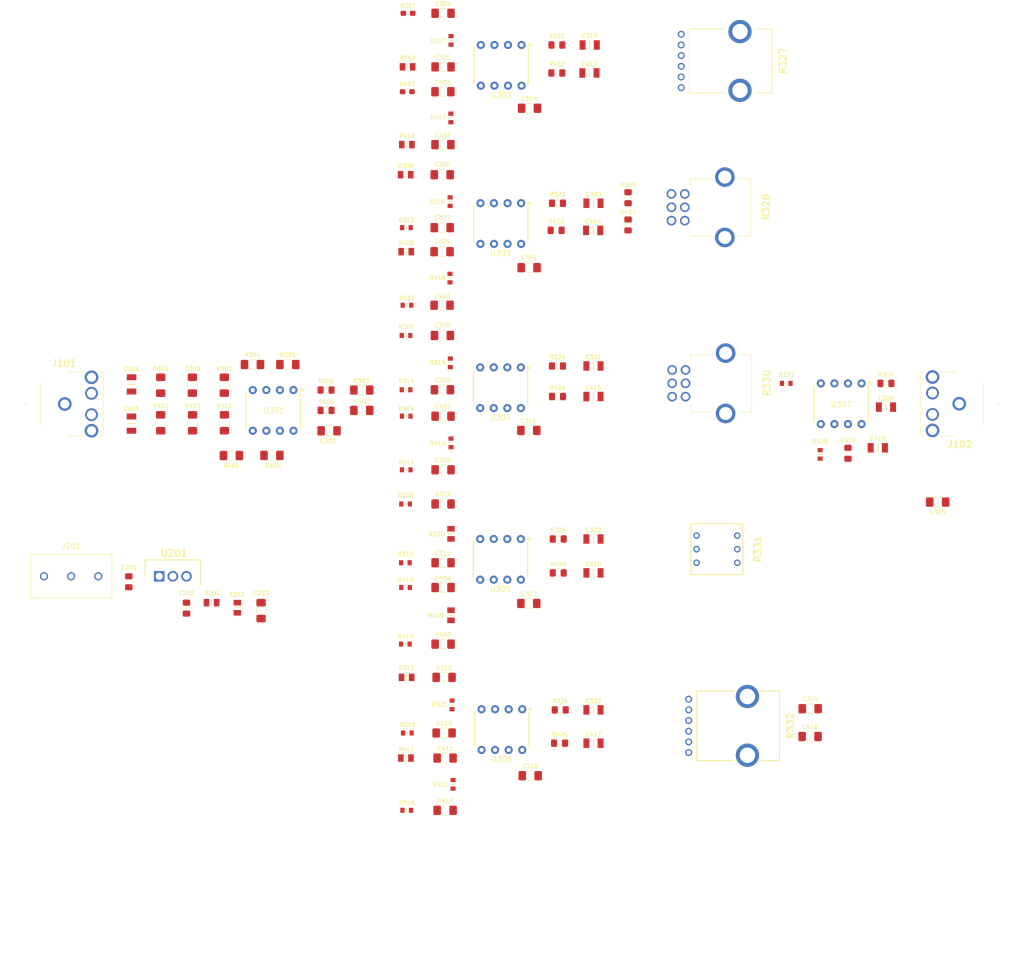
<source format=kicad_pcb>
(kicad_pcb (version 20171130) (host pcbnew "(5.1.2)-2")
  (title_block (title "Five Stage Analog Stereo EQ") (rev v01) (comment 4 "Author: Andrew Craddick"))
  (layers (0 F.Cu signal) (31 B.Cu signal) (34 B.Paste user) (35 F.Paste user) (36 B.SilkS user) (37 F.SilkS user) (38 B.Mask user) (39 F.Mask user) (44 Edge.Cuts user))
  (net 0 "")
  (net 1 VCC)
  (net 2 GND)
  (net 3 +12V)
  (net 4 V_GND)
  (net 5 Tip_in)
  (net 6 "Net-(C301-Pad1)")
  (net 7 "Net-(C303-Pad2)")
  (net 8 "Net-(C303-Pad1)")
  (net 9 "Net-(C304-Pad2)")
  (net 10 "Net-(C304-Pad1)")
  (net 11 "Net-(C305-Pad1)")
  (net 12 "Net-(C306-Pad2)")
  (net 13 "Net-(C306-Pad1)")
  (net 14 "Net-(C307-Pad1)")
  (net 15 "Net-(C308-Pad1)")
  (net 16 "Net-(C308-Pad2)")
  (net 17 "Net-(C309-Pad1)")
  (net 18 "Net-(C310-Pad1)")
  (net 19 "Net-(C310-Pad2)")
  (net 20 "Net-(C311-Pad1)")
  (net 21 "Net-(C312-Pad1)")
  (net 22 "Net-(C312-Pad2)")
  (net 23 "Net-(C313-Pad1)")
  (net 24 "Net-(C319-Pad1)")
  (net 25 "Net-(C319-Pad2)")
  (net 26 "Net-(C320-Pad1)")
  (net 27 "Net-(C320-Pad2)")
  (net 28 "Net-(C321-Pad2)")
  (net 29 "Net-(C321-Pad1)")
  (net 30 "Net-(C322-Pad1)")
  (net 31 "Net-(C322-Pad2)")
  (net 32 "Net-(C323-Pad1)")
  (net 33 "Net-(C323-Pad2)")
  (net 34 "Net-(C324-Pad1)")
  (net 35 "Net-(C326-Pad2)")
  (net 36 Tip_out)
  (net 37 Ring_in)
  (net 38 "Net-(C401-Pad1)")
  (net 39 "Net-(C402-Pad1)")
  (net 40 "Net-(C402-Pad2)")
  (net 41 "Net-(C403-Pad1)")
  (net 42 "Net-(C403-Pad2)")
  (net 43 "Net-(C404-Pad1)")
  (net 44 "Net-(C405-Pad2)")
  (net 45 "Net-(C405-Pad1)")
  (net 46 "Net-(C406-Pad1)")
  (net 47 "Net-(C407-Pad2)")
  (net 48 "Net-(C407-Pad1)")
  (net 49 "Net-(C408-Pad1)")
  (net 50 "Net-(C409-Pad2)")
  (net 51 "Net-(C409-Pad1)")
  (net 52 "Net-(C410-Pad1)")
  (net 53 "Net-(C411-Pad2)")
  (net 54 "Net-(C411-Pad1)")
  (net 55 "Net-(C412-Pad1)")
  (net 56 "Net-(C413-Pad2)")
  (net 57 "Net-(C413-Pad1)")
  (net 58 "Net-(C414-Pad2)")
  (net 59 "Net-(C414-Pad1)")
  (net 60 "Net-(C415-Pad1)")
  (net 61 "Net-(C415-Pad2)")
  (net 62 "Net-(C416-Pad1)")
  (net 63 "Net-(C416-Pad2)")
  (net 64 "Net-(C417-Pad1)")
  (net 65 "Net-(C417-Pad2)")
  (net 66 "Net-(C418-Pad1)")
  (net 67 "Net-(C419-Pad2)")
  (net 68 Ring_out)
  (net 69 "Net-(J201-Pad2)")
  (net 70 "Net-(R304-Pad2)")
  (net 71 "Net-(R305-Pad2)")
  (net 72 "Net-(R327-Pad6)")
  (net 73 "Net-(R327-Pad3)")
  (net 74 "Net-(R328-Pad6)")
  (net 75 "Net-(R328-Pad3)")
  (net 76 "Net-(R330-Pad3)")
  (net 77 "Net-(R330-Pad6)")
  (net 78 "Net-(R331-Pad3)")
  (net 79 "Net-(R331-Pad6)")
  (net 80 "Net-(R332-Pad3)")
  (net 81 "Net-(R332-Pad6)")
  (net 82 "Net-(R333-Pad2)")
  (net 83 "Net-(R404-Pad2)")
  (net 84 "Net-(R405-Pad2)")
  (net 85 "Net-(R428-Pad2)")
  (module SamacSys_Parts:SJ13523N (layer F.Cu) (at 226.6484 96.5962 180)
    (fp_text reference J102 (at 4.375 -7.62) (layer F.SilkS) (effects (font (size 1.27 1.27) (thickness 0.254))))
    (fp_text value AudioJack3 hide)
    (pad 1 thru_hole circle (at 4.5 0 180) (size 2.55 2.55) (drill 1.7) (layers *.Cu *.Mask) (net 2 GND))
    (pad 2 thru_hole circle (at 9.5 5 180) (size 2.55 2.55) (drill 1.7) (layers *.Cu *.Mask) (net 36 Tip_out))
    (pad 3 thru_hole circle (at 9.5 -5 180) (size 2.55 2.55) (drill 1.7) (layers *.Cu *.Mask) (net 68 Ring_out))
    (pad 10 thru_hole circle (at 9.5 2 180) (size 2.4 2.4) (drill 1.7) (layers *.Cu *.Mask))
    (pad 11 thru_hole circle (at 9.5 -2 180) (size 2.4 2.4) (drill 1.7) (layers *.Cu *.Mask))
    (pad MH1 np_thru_hole circle (at 2 -5 180) (size 1.2 0) (drill 1.2) (layers *.Cu *.Mask))
    (pad MH2 np_thru_hole circle (at 4.5 -5 180) (size 1.2 0) (drill 1.2) (layers *.Cu *.Mask))
    (pad MH3 np_thru_hole circle (at 9.5 0 180) (size 1.2 0) (drill 1.2) (layers *.Cu *.Mask))
    (pad MH4 np_thru_hole circle (at 2 5 180) (size 1.2 0) (drill 1.2) (layers *.Cu *.Mask))
    (pad MH5 np_thru_hole circle (at 4.5 5 180) (size 1.2 0) (drill 1.2) (layers *.Cu *.Mask))
  )
  (module SamacSys_Parts:SJ13523N (layer F.Cu) (at 50.19 96.647)
    (fp_text reference J101 (at 4.375 -7.62) (layer F.SilkS) (effects (font (size 1.27 1.27) (thickness 0.254))))
    (fp_text value AudioJack3 hide)
    (pad MH5 np_thru_hole circle (at 4.5 5) (size 1.2 0) (drill 1.2) (layers *.Cu *.Mask))
    (pad MH4 np_thru_hole circle (at 2 5) (size 1.2 0) (drill 1.2) (layers *.Cu *.Mask))
    (pad MH3 np_thru_hole circle (at 9.5 0) (size 1.2 0) (drill 1.2) (layers *.Cu *.Mask))
    (pad MH2 np_thru_hole circle (at 4.5 -5) (size 1.2 0) (drill 1.2) (layers *.Cu *.Mask))
    (pad MH1 np_thru_hole circle (at 2 -5) (size 1.2 0) (drill 1.2) (layers *.Cu *.Mask))
    (pad 11 thru_hole circle (at 9.5 -2) (size 2.4 2.4) (drill 1.7) (layers *.Cu *.Mask))
    (pad 10 thru_hole circle (at 9.5 2) (size 2.4 2.4) (drill 1.7) (layers *.Cu *.Mask))
    (pad 3 thru_hole circle (at 9.5 -5) (size 2.55 2.55) (drill 1.7) (layers *.Cu *.Mask) (net 37 Ring_in))
    (pad 2 thru_hole circle (at 9.5 5) (size 2.55 2.55) (drill 1.7) (layers *.Cu *.Mask) (net 5 Tip_in))
    (pad 1 thru_hole circle (at 4.5 0) (size 2.55 2.55) (drill 1.7) (layers *.Cu *.Mask) (net 2 GND))
  )
  (module Capacitor_SMD:C_0805_2012Metric_Pad1.15x1.40mm_HandSolder (layer F.Cu) (at 66.675 129.93 270)
    (fp_text reference C201 (at -2.676 0 180) (layer F.SilkS) (effects (font (size 0.762 0.762))))
    (fp_text value 0.33μ)
    (pad 1 smd roundrect (at -1.025 0 270) (size 1.15 1.4) (layers F.Cu F.Paste F.Mask) (roundrect_rratio 0.217391) (net 1 VCC))
    (pad 2 smd roundrect (at 1.025 0 270) (size 1.15 1.4) (layers F.Cu F.Paste F.Mask) (roundrect_rratio 0.217391) (net 2 GND))
  )
  (module Capacitor_SMD:C_0805_2012Metric_Pad1.15x1.40mm_HandSolder (layer F.Cu) (at 77.47 134.865 270)
    (fp_text reference C202 (at -2.785 0 180) (layer F.SilkS) (effects (font (size 0.762 0.762))))
    (fp_text value 10μ)
    (pad 2 smd roundrect (at 1.025 0 270) (size 1.15 1.4) (layers F.Cu F.Paste F.Mask) (roundrect_rratio 0.217391) (net 2 GND))
    (pad 1 smd roundrect (at -1.025 0 270) (size 1.15 1.4) (layers F.Cu F.Paste F.Mask) (roundrect_rratio 0.217391) (net 3 +12V))
  )
  (module Capacitor_SMD:C_1206_3216Metric_Pad1.42x1.75mm_HandSolder (layer F.Cu) (at 91.44 135.33026 270)
    (fp_text reference C203 (at -3.25026 0 180) (layer F.SilkS) (effects (font (size 0.762 0.762))))
    (fp_text value 100μ)
    (pad 1 smd roundrect (at -1.4875 0 270) (size 1.425 1.75) (layers F.Cu F.Paste F.Mask) (roundrect_rratio 0.175439) (net 4 V_GND))
    (pad 2 smd roundrect (at 1.4875 0 270) (size 1.425 1.75) (layers F.Cu F.Paste F.Mask) (roundrect_rratio 0.175439) (net 2 GND))
  )
  (module SamacSys_Parts:CAPC3216X125N (layer F.Cu) (at 67.183 92.9732 270)
    (fp_text reference C301 (at -2.8032 0 180) (layer F.SilkS) (effects (font (size 0.762 0.762) (thickness 0.1524))))
    (fp_text value 10μ hide)
    (pad 1 smd rect (at -1.33 0 270) (size 1.12 1.78) (layers F.Cu F.Paste F.Mask) (net 6 "Net-(C301-Pad1)"))
    (pad 2 smd rect (at 1.33 0 270) (size 1.12 1.78) (layers F.Cu F.Paste F.Mask) (net 37 Ring_in))
  )
  (module Capacitor_SMD:C_1206_3216Metric_Pad1.42x1.75mm_HandSolder (layer F.Cu) (at 104.167 101.6635 180)
    (fp_text reference C302 (at 0.22004 -1.90754) (layer F.SilkS) (effects (font (size 0.762 0.762) (thickness 0.1524))))
    (fp_text value 0.1μ)
    (pad 2 smd roundrect (at 1.4875 0 180) (size 1.425 1.75) (layers F.Cu F.Paste F.Mask) (roundrect_rratio 0.175439) (net 3 +12V))
    (pad 1 smd roundrect (at -1.4875 0 180) (size 1.425 1.75) (layers F.Cu F.Paste F.Mask) (roundrect_rratio 0.175439) (net 2 GND))
  )
  (module Capacitor_SMD:C_1206_3216Metric_Pad1.42x1.75mm_HandSolder (layer F.Cu) (at 110.29348 94.03334 180)
    (fp_text reference C303 (at 0.05748 1.70434) (layer F.SilkS) (effects (font (size 0.762 0.762))))
    (fp_text value 10μ)
    (pad 2 smd roundrect (at 1.4875 0 180) (size 1.425 1.75) (layers F.Cu F.Paste F.Mask) (roundrect_rratio 0.175439) (net 7 "Net-(C303-Pad2)"))
    (pad 1 smd roundrect (at -1.4875 0 180) (size 1.425 1.75) (layers F.Cu F.Paste F.Mask) (roundrect_rratio 0.175439) (net 8 "Net-(C303-Pad1)"))
  )
  (module Capacitor_SMD:C_1206_3216Metric_Pad1.42x1.75mm_HandSolder (layer F.Cu) (at 125.5125 23.495 180)
    (fp_text reference C304 (at 0 1.778) (layer F.SilkS) (effects (font (size 0.762 0.762))))
    (fp_text value 0.1μ)
    (pad 2 smd roundrect (at 1.4875 0 180) (size 1.425 1.75) (layers F.Cu F.Paste F.Mask) (roundrect_rratio 0.175439) (net 9 "Net-(C304-Pad2)"))
    (pad 1 smd roundrect (at -1.4875 0 180) (size 1.425 1.75) (layers F.Cu F.Paste F.Mask) (roundrect_rratio 0.175439) (net 10 "Net-(C304-Pad1)"))
  )
  (module Capacitor_SMD:C_1206_3216Metric_Pad1.42x1.75mm_HandSolder (layer F.Cu) (at 125.5125 33.528 180)
    (fp_text reference C305 (at 0.0365 1.778) (layer F.SilkS) (effects (font (size 0.762 0.762))))
    (fp_text value 0.1μ)
    (pad 1 smd roundrect (at -1.4875 0 180) (size 1.425 1.75) (layers F.Cu F.Paste F.Mask) (roundrect_rratio 0.175439) (net 11 "Net-(C305-Pad1)"))
    (pad 2 smd roundrect (at 1.4875 0 180) (size 1.425 1.75) (layers F.Cu F.Paste F.Mask) (roundrect_rratio 0.175439) (net 9 "Net-(C304-Pad2)"))
  )
  (module Capacitor_SMD:C_1206_3216Metric_Pad1.42x1.75mm_HandSolder (layer F.Cu) (at 125.349 53.721 180)
    (fp_text reference C306 (at 0 1.905) (layer F.SilkS) (effects (font (size 0.762 0.762))))
    (fp_text value 0.1μ)
    (pad 2 smd roundrect (at 1.4875 0 180) (size 1.425 1.75) (layers F.Cu F.Paste F.Mask) (roundrect_rratio 0.175439) (net 12 "Net-(C306-Pad2)"))
    (pad 1 smd roundrect (at -1.4875 0 180) (size 1.425 1.75) (layers F.Cu F.Paste F.Mask) (roundrect_rratio 0.175439) (net 13 "Net-(C306-Pad1)"))
  )
  (module Capacitor_SMD:C_1206_3216Metric_Pad1.42x1.75mm_HandSolder (layer F.Cu) (at 125.349 63.627 180)
    (fp_text reference C307 (at -0.0365 1.905) (layer F.SilkS) (effects (font (size 0.762 0.762))))
    (fp_text value 0.1μ)
    (pad 1 smd roundrect (at -1.4875 0 180) (size 1.425 1.75) (layers F.Cu F.Paste F.Mask) (roundrect_rratio 0.175439) (net 14 "Net-(C307-Pad1)"))
    (pad 2 smd roundrect (at 1.4875 0 180) (size 1.425 1.75) (layers F.Cu F.Paste F.Mask) (roundrect_rratio 0.175439) (net 12 "Net-(C306-Pad2)"))
  )
  (module Capacitor_SMD:C_1206_3216Metric_Pad1.42x1.75mm_HandSolder (layer F.Cu) (at 125.3855 83.82 180)
    (fp_text reference C308 (at 0 1.905) (layer F.SilkS) (effects (font (size 0.762 0.762))))
    (fp_text value 0.047μ)
    (pad 1 smd roundrect (at -1.4875 0 180) (size 1.425 1.75) (layers F.Cu F.Paste F.Mask) (roundrect_rratio 0.175439) (net 15 "Net-(C308-Pad1)"))
    (pad 2 smd roundrect (at 1.4875 0 180) (size 1.425 1.75) (layers F.Cu F.Paste F.Mask) (roundrect_rratio 0.175439) (net 16 "Net-(C308-Pad2)"))
  )
  (module Capacitor_SMD:C_1206_3216Metric_Pad1.42x1.75mm_HandSolder (layer F.Cu) (at 125.3855 93.98 180)
    (fp_text reference C309 (at -0.0905 1.778) (layer F.SilkS) (effects (font (size 0.762 0.762))))
    (fp_text value 0.047μ)
    (pad 2 smd roundrect (at 1.4875 0 180) (size 1.425 1.75) (layers F.Cu F.Paste F.Mask) (roundrect_rratio 0.175439) (net 16 "Net-(C308-Pad2)"))
    (pad 1 smd roundrect (at -1.4875 0 180) (size 1.425 1.75) (layers F.Cu F.Paste F.Mask) (roundrect_rratio 0.175439) (net 17 "Net-(C309-Pad1)"))
  )
  (module Capacitor_SMD:C_1206_3216Metric_Pad1.42x1.75mm_HandSolder (layer F.Cu) (at 125.5125 115.3668 180)
    (fp_text reference C310 (at 0 1.905) (layer F.SilkS) (effects (font (size 0.762 0.762))))
    (fp_text value 0.0022μ)
    (pad 1 smd roundrect (at -1.4875 0 180) (size 1.425 1.75) (layers F.Cu F.Paste F.Mask) (roundrect_rratio 0.175439) (net 18 "Net-(C310-Pad1)"))
    (pad 2 smd roundrect (at 1.4875 0 180) (size 1.425 1.75) (layers F.Cu F.Paste F.Mask) (roundrect_rratio 0.175439) (net 19 "Net-(C310-Pad2)"))
  )
  (module Capacitor_SMD:C_1206_3216Metric_Pad1.42x1.75mm_HandSolder (layer F.Cu) (at 125.5125 126.365 180)
    (fp_text reference C311 (at 0.0365 1.778) (layer F.SilkS) (effects (font (size 0.762 0.762))))
    (fp_text value 0.0022μ)
    (pad 2 smd roundrect (at 1.4875 0 180) (size 1.425 1.75) (layers F.Cu F.Paste F.Mask) (roundrect_rratio 0.175439) (net 19 "Net-(C310-Pad2)"))
    (pad 1 smd roundrect (at -1.4875 0 180) (size 1.425 1.75) (layers F.Cu F.Paste F.Mask) (roundrect_rratio 0.175439) (net 20 "Net-(C311-Pad1)"))
  )
  (module Capacitor_SMD:C_1206_3216Metric_Pad1.42x1.75mm_HandSolder (layer F.Cu) (at 125.7046 147.828 180)
    (fp_text reference C312 (at -0.0254 1.778) (layer F.SilkS) (effects (font (size 0.762 0.762))))
    (fp_text value 0.0022μ)
    (pad 1 smd roundrect (at -1.4875 0 180) (size 1.425 1.75) (layers F.Cu F.Paste F.Mask) (roundrect_rratio 0.175439) (net 21 "Net-(C312-Pad1)"))
    (pad 2 smd roundrect (at 1.4875 0 180) (size 1.425 1.75) (layers F.Cu F.Paste F.Mask) (roundrect_rratio 0.175439) (net 22 "Net-(C312-Pad2)"))
  )
  (module Capacitor_SMD:C_1206_3216Metric_Pad1.42x1.75mm_HandSolder (layer F.Cu) (at 125.70808 158.23946 180)
    (fp_text reference C313 (at 0 1.77546) (layer F.SilkS) (effects (font (size 0.762 0.762))))
    (fp_text value 0.0022μ)
    (pad 2 smd roundrect (at 1.4875 0 180) (size 1.425 1.75) (layers F.Cu F.Paste F.Mask) (roundrect_rratio 0.175439) (net 22 "Net-(C312-Pad2)"))
    (pad 1 smd roundrect (at -1.4875 0 180) (size 1.425 1.75) (layers F.Cu F.Paste F.Mask) (roundrect_rratio 0.175439) (net 23 "Net-(C313-Pad1)"))
  )
  (module Capacitor_SMD:C_1206_3216Metric_Pad1.42x1.75mm_HandSolder (layer F.Cu) (at 141.70406 41.275 180)
    (fp_text reference C314 (at 0.09906 1.778) (layer F.SilkS) (effects (font (size 0.762 0.762))))
    (fp_text value 0.1μ)
    (pad 2 smd roundrect (at 1.4875 0 180) (size 1.425 1.75) (layers F.Cu F.Paste F.Mask) (roundrect_rratio 0.175439) (net 3 +12V))
    (pad 1 smd roundrect (at -1.4875 0 180) (size 1.425 1.75) (layers F.Cu F.Paste F.Mask) (roundrect_rratio 0.175439) (net 2 GND))
  )
  (module Capacitor_SMD:C_1206_3216Metric_Pad1.42x1.75mm_HandSolder (layer F.Cu) (at 141.62118 71.12 180)
    (fp_text reference C315 (at 0.01618 1.905 180) (layer F.SilkS) (effects (font (size 0.762 0.762))))
    (fp_text value 0.1μ)
    (pad 2 smd roundrect (at 1.4875 0 180) (size 1.425 1.75) (layers F.Cu F.Paste F.Mask) (roundrect_rratio 0.175439) (net 3 +12V))
    (pad 1 smd roundrect (at -1.4875 0 180) (size 1.425 1.75) (layers F.Cu F.Paste F.Mask) (roundrect_rratio 0.175439) (net 2 GND))
  )
  (module Capacitor_SMD:C_1206_3216Metric_Pad1.42x1.75mm_HandSolder (layer F.Cu) (at 141.57358 101.6 180)
    (fp_text reference C316 (at 0.09558 1.778) (layer F.SilkS) (effects (font (size 0.762 0.762))))
    (fp_text value 0.1μ)
    (pad 1 smd roundrect (at -1.4875 0 180) (size 1.425 1.75) (layers F.Cu F.Paste F.Mask) (roundrect_rratio 0.175439) (net 2 GND))
    (pad 2 smd roundrect (at 1.4875 0 180) (size 1.425 1.75) (layers F.Cu F.Paste F.Mask) (roundrect_rratio 0.175439) (net 3 +12V))
  )
  (module Capacitor_SMD:C_1206_3216Metric_Pad1.42x1.75mm_HandSolder (layer F.Cu) (at 141.5685 133.985 180)
    (fp_text reference C317 (at -0.0365 1.778) (layer F.SilkS) (effects (font (size 0.762 0.762))))
    (fp_text value 0.1μ)
    (pad 1 smd roundrect (at -1.4875 0 180) (size 1.425 1.75) (layers F.Cu F.Paste F.Mask) (roundrect_rratio 0.175439) (net 2 GND))
    (pad 2 smd roundrect (at 1.4875 0 180) (size 1.425 1.75) (layers F.Cu F.Paste F.Mask) (roundrect_rratio 0.175439) (net 3 +12V))
  )
  (module Capacitor_SMD:C_1206_3216Metric_Pad1.42x1.75mm_HandSolder (layer F.Cu) (at 141.8225 166.243 180)
    (fp_text reference C318 (at 0 1.778) (layer F.SilkS) (effects (font (size 0.762 0.762))))
    (fp_text value 0.1μ)
    (pad 2 smd roundrect (at 1.4875 0 180) (size 1.425 1.75) (layers F.Cu F.Paste F.Mask) (roundrect_rratio 0.175439) (net 3 +12V))
    (pad 1 smd roundrect (at -1.4875 0 180) (size 1.425 1.75) (layers F.Cu F.Paste F.Mask) (roundrect_rratio 0.175439) (net 2 GND))
  )
  (module SamacSys_Parts:CAPC3216X125N (layer F.Cu) (at 152.968 29.43098 180)
    (fp_text reference C319 (at -0.0035 1.74498) (layer F.SilkS) (effects (font (size 0.762 0.762) (thickness 0.1524))))
    (fp_text value 10μ hide)
    (pad 1 smd rect (at -1.33 0 180) (size 1.12 1.78) (layers F.Cu F.Paste F.Mask) (net 24 "Net-(C319-Pad1)"))
    (pad 2 smd rect (at 1.33 0 180) (size 1.12 1.78) (layers F.Cu F.Paste F.Mask) (net 25 "Net-(C319-Pad2)"))
  )
  (module SamacSys_Parts:CAPC3216X125N (layer F.Cu) (at 153.67 59.055 180)
    (fp_text reference C320 (at 0 1.651) (layer F.SilkS) (effects (font (size 0.762 0.762) (thickness 0.1524))))
    (fp_text value 10μ hide)
    (pad 1 smd rect (at -1.33 0 180) (size 1.12 1.78) (layers F.Cu F.Paste F.Mask) (net 26 "Net-(C320-Pad1)"))
    (pad 2 smd rect (at 1.33 0 180) (size 1.12 1.78) (layers F.Cu F.Paste F.Mask) (net 27 "Net-(C320-Pad2)"))
  )
  (module SamacSys_Parts:CAPC3216X125N (layer F.Cu) (at 153.67 89.535 180)
    (fp_text reference C321 (at 0 1.651) (layer F.SilkS) (effects (font (size 0.762 0.762) (thickness 0.1524))))
    (fp_text value 10μ hide)
    (pad 2 smd rect (at 1.33 0 180) (size 1.12 1.78) (layers F.Cu F.Paste F.Mask) (net 28 "Net-(C321-Pad2)"))
    (pad 1 smd rect (at -1.33 0 180) (size 1.12 1.78) (layers F.Cu F.Paste F.Mask) (net 29 "Net-(C321-Pad1)"))
  )
  (module SamacSys_Parts:CAPC3216X125N (layer F.Cu) (at 153.67 121.92 180)
    (fp_text reference C322 (at 0 1.651) (layer F.SilkS) (effects (font (size 0.762 0.762) (thickness 0.1524))))
    (fp_text value 10μ hide)
    (pad 1 smd rect (at -1.33 0 180) (size 1.12 1.78) (layers F.Cu F.Paste F.Mask) (net 30 "Net-(C322-Pad1)"))
    (pad 2 smd rect (at 1.33 0 180) (size 1.12 1.78) (layers F.Cu F.Paste F.Mask) (net 31 "Net-(C322-Pad2)"))
  )
  (module SamacSys_Parts:CAPC3216X125N (layer F.Cu) (at 153.67 153.924 180)
    (fp_text reference C323 (at 0 1.651) (layer F.SilkS) (effects (font (size 0.762 0.762) (thickness 0.1524))))
    (fp_text value 10μ hide)
    (pad 1 smd rect (at -1.33 0 180) (size 1.12 1.78) (layers F.Cu F.Paste F.Mask) (net 32 "Net-(C323-Pad1)"))
    (pad 2 smd rect (at 1.33 0 180) (size 1.12 1.78) (layers F.Cu F.Paste F.Mask) (net 33 "Net-(C323-Pad2)"))
  )
  (module Capacitor_SMD:C_1206_3216Metric_Pad1.42x1.75mm_HandSolder (layer F.Cu) (at 194.2449 153.6954)
    (fp_text reference C324 (at 0 -1.82) (layer F.SilkS) (effects (font (size 0.762 0.762))))
    (fp_text value 0.1μ)
    (pad 1 smd roundrect (at -1.4875 0) (size 1.425 1.75) (layers F.Cu F.Paste F.Mask) (roundrect_rratio 0.175439) (net 34 "Net-(C324-Pad1)"))
    (pad 2 smd roundrect (at 1.4875 0) (size 1.425 1.75) (layers F.Cu F.Paste F.Mask) (roundrect_rratio 0.175439) (net 2 GND))
  )
  (module Capacitor_SMD:C_1206_3216Metric_Pad1.42x1.75mm_HandSolder (layer F.Cu) (at 218.1209 115.0112 180)
    (fp_text reference C325 (at 0 -1.82) (layer F.SilkS) (effects (font (size 0.762 0.762))))
    (fp_text value 0.1μ)
    (pad 1 smd roundrect (at -1.4875 0 180) (size 1.425 1.75) (layers F.Cu F.Paste F.Mask) (roundrect_rratio 0.175439) (net 2 GND))
    (pad 2 smd roundrect (at 1.4875 0 180) (size 1.425 1.75) (layers F.Cu F.Paste F.Mask) (roundrect_rratio 0.175439) (net 3 +12V))
  )
  (module SamacSys_Parts:CAPC3216X125N (layer F.Cu) (at 208.4324 97.2312 180)
    (fp_text reference C326 (at 0 1.651) (layer F.SilkS) (effects (font (size 0.762 0.762) (thickness 0.1524))))
    (fp_text value 10μ hide)
    (pad 2 smd rect (at 1.33 0 180) (size 1.12 1.78) (layers F.Cu F.Paste F.Mask) (net 35 "Net-(C326-Pad2)"))
    (pad 1 smd rect (at -1.33 0 180) (size 1.12 1.78) (layers F.Cu F.Paste F.Mask) (net 68 Ring_out))
  )
  (module SamacSys_Parts:CAPC3216X125N (layer F.Cu) (at 67.16776 100.3208 90)
    (fp_text reference C401 (at 2.794 0 180) (layer F.SilkS) (effects (font (size 0.762 0.762) (thickness 0.1524))))
    (fp_text value 10μ hide)
    (pad 1 smd rect (at -1.33 0 90) (size 1.12 1.78) (layers F.Cu F.Paste F.Mask) (net 38 "Net-(C401-Pad1)"))
    (pad 2 smd rect (at 1.33 0 90) (size 1.12 1.78) (layers F.Cu F.Paste F.Mask) (net 5 Tip_in))
  )
  (module Capacitor_SMD:C_1206_3216Metric_Pad1.42x1.75mm_HandSolder (layer F.Cu) (at 110.29348 97.84334 180)
    (fp_text reference C402 (at -0.06952 1.70434) (layer F.SilkS) (effects (font (size 0.762 0.762))))
    (fp_text value 10μ)
    (pad 1 smd roundrect (at -1.4875 0 180) (size 1.425 1.75) (layers F.Cu F.Paste F.Mask) (roundrect_rratio 0.175439) (net 39 "Net-(C402-Pad1)"))
    (pad 2 smd roundrect (at 1.4875 0 180) (size 1.425 1.75) (layers F.Cu F.Paste F.Mask) (roundrect_rratio 0.175439) (net 40 "Net-(C402-Pad2)"))
  )
  (module Capacitor_SMD:C_1206_3216Metric_Pad1.42x1.75mm_HandSolder (layer F.Cu) (at 125.4871 38.1762 180)
    (fp_text reference C403 (at 0.0111 1.7018) (layer F.SilkS) (effects (font (size 0.762 0.762))))
    (fp_text value 0.1μ)
    (pad 1 smd roundrect (at -1.4875 0 180) (size 1.425 1.75) (layers F.Cu F.Paste F.Mask) (roundrect_rratio 0.175439) (net 41 "Net-(C403-Pad1)"))
    (pad 2 smd roundrect (at 1.4875 0 180) (size 1.425 1.75) (layers F.Cu F.Paste F.Mask) (roundrect_rratio 0.175439) (net 42 "Net-(C403-Pad2)"))
  )
  (module Capacitor_SMD:C_1206_3216Metric_Pad1.42x1.75mm_HandSolder (layer F.Cu) (at 125.4871 48.0822 180)
    (fp_text reference C404 (at 0 1.7272) (layer F.SilkS) (effects (font (size 0.762 0.762))))
    (fp_text value 0.1μ)
    (pad 2 smd roundrect (at 1.4875 0 180) (size 1.425 1.75) (layers F.Cu F.Paste F.Mask) (roundrect_rratio 0.175439) (net 42 "Net-(C403-Pad2)"))
    (pad 1 smd roundrect (at -1.4875 0 180) (size 1.425 1.75) (layers F.Cu F.Paste F.Mask) (roundrect_rratio 0.175439) (net 43 "Net-(C404-Pad1)"))
  )
  (module Capacitor_SMD:C_1206_3216Metric_Pad1.42x1.75mm_HandSolder (layer F.Cu) (at 125.322 68.1228 180)
    (fp_text reference C405 (at 0 1.905) (layer F.SilkS) (effects (font (size 0.762 0.762))))
    (fp_text value 0.1μ)
    (pad 2 smd roundrect (at 1.4875 0 180) (size 1.425 1.75) (layers F.Cu F.Paste F.Mask) (roundrect_rratio 0.175439) (net 44 "Net-(C405-Pad2)"))
    (pad 1 smd roundrect (at -1.4875 0 180) (size 1.425 1.75) (layers F.Cu F.Paste F.Mask) (roundrect_rratio 0.175439) (net 45 "Net-(C405-Pad1)"))
  )
  (module Capacitor_SMD:C_1206_3216Metric_Pad1.42x1.75mm_HandSolder (layer F.Cu) (at 125.322 78.1558 180)
    (fp_text reference C406 (at -0.027 1.7018) (layer F.SilkS) (effects (font (size 0.762 0.762))))
    (fp_text value 0.1μ)
    (pad 1 smd roundrect (at -1.4875 0 180) (size 1.425 1.75) (layers F.Cu F.Paste F.Mask) (roundrect_rratio 0.175439) (net 46 "Net-(C406-Pad1)"))
    (pad 2 smd roundrect (at 1.4875 0 180) (size 1.425 1.75) (layers F.Cu F.Paste F.Mask) (roundrect_rratio 0.175439) (net 44 "Net-(C405-Pad2)"))
  )
  (module Capacitor_SMD:C_1206_3216Metric_Pad1.42x1.75mm_HandSolder (layer F.Cu) (at 125.5125 98.933 180)
    (fp_text reference C407 (at 0 1.778) (layer F.SilkS) (effects (font (size 0.762 0.762))))
    (fp_text value 0.047μ)
    (pad 2 smd roundrect (at 1.4875 0 180) (size 1.425 1.75) (layers F.Cu F.Paste F.Mask) (roundrect_rratio 0.175439) (net 47 "Net-(C407-Pad2)"))
    (pad 1 smd roundrect (at -1.4875 0 180) (size 1.425 1.75) (layers F.Cu F.Paste F.Mask) (roundrect_rratio 0.175439) (net 48 "Net-(C407-Pad1)"))
  )
  (module Capacitor_SMD:C_1206_3216Metric_Pad1.42x1.75mm_HandSolder (layer F.Cu) (at 125.5125 108.966 180)
    (fp_text reference C408 (at 0.0365 1.778) (layer F.SilkS) (effects (font (size 0.762 0.762))))
    (fp_text value 0.047μ)
    (pad 1 smd roundrect (at -1.4875 0 180) (size 1.425 1.75) (layers F.Cu F.Paste F.Mask) (roundrect_rratio 0.175439) (net 49 "Net-(C408-Pad1)"))
    (pad 2 smd roundrect (at 1.4875 0 180) (size 1.425 1.75) (layers F.Cu F.Paste F.Mask) (roundrect_rratio 0.175439) (net 47 "Net-(C407-Pad2)"))
  )
  (module Capacitor_SMD:C_1206_3216Metric_Pad1.42x1.75mm_HandSolder (layer F.Cu) (at 125.5125 131.0005 180)
    (fp_text reference C409 (at 0.0365 1.7145) (layer F.SilkS) (effects (font (size 0.762 0.762))))
    (fp_text value 0.0022μ)
    (pad 2 smd roundrect (at 1.4875 0 180) (size 1.425 1.75) (layers F.Cu F.Paste F.Mask) (roundrect_rratio 0.175439) (net 50 "Net-(C409-Pad2)"))
    (pad 1 smd roundrect (at -1.4875 0 180) (size 1.425 1.75) (layers F.Cu F.Paste F.Mask) (roundrect_rratio 0.175439) (net 51 "Net-(C409-Pad1)"))
  )
  (module Capacitor_SMD:C_1206_3216Metric_Pad1.42x1.75mm_HandSolder (layer F.Cu) (at 125.5125 141.605 180)
    (fp_text reference C410 (at 0 1.778) (layer F.SilkS) (effects (font (size 0.762 0.762))))
    (fp_text value 0.0022μ)
    (pad 2 smd roundrect (at 1.4875 0 180) (size 1.425 1.75) (layers F.Cu F.Paste F.Mask) (roundrect_rratio 0.175439) (net 50 "Net-(C409-Pad2)"))
    (pad 1 smd roundrect (at -1.4875 0 180) (size 1.425 1.75) (layers F.Cu F.Paste F.Mask) (roundrect_rratio 0.175439) (net 52 "Net-(C410-Pad1)"))
  )
  (module Capacitor_SMD:C_1206_3216Metric_Pad1.42x1.75mm_HandSolder (layer F.Cu) (at 125.8935 162.941 180)
    (fp_text reference C411 (at -0.0905 1.778) (layer F.SilkS) (effects (font (size 0.762 0.762))))
    (fp_text value 0.0022μ)
    (pad 1 smd roundrect (at -1.4875 0 180) (size 1.425 1.75) (layers F.Cu F.Paste F.Mask) (roundrect_rratio 0.175439) (net 54 "Net-(C411-Pad1)"))
    (pad 2 smd roundrect (at 1.4875 0 180) (size 1.425 1.75) (layers F.Cu F.Paste F.Mask) (roundrect_rratio 0.175439) (net 53 "Net-(C411-Pad2)"))
  )
  (module Capacitor_SMD:C_1206_3216Metric_Pad1.42x1.75mm_HandSolder (layer F.Cu) (at 125.8935 172.72 180)
    (fp_text reference C412 (at 0 1.778) (layer F.SilkS) (effects (font (size 0.762 0.762))))
    (fp_text value 0.0022μ)
    (pad 2 smd roundrect (at 1.4875 0 180) (size 1.425 1.75) (layers F.Cu F.Paste F.Mask) (roundrect_rratio 0.175439) (net 53 "Net-(C411-Pad2)"))
    (pad 1 smd roundrect (at -1.4875 0 180) (size 1.425 1.75) (layers F.Cu F.Paste F.Mask) (roundrect_rratio 0.175439) (net 55 "Net-(C412-Pad1)"))
  )
  (module SamacSys_Parts:CAPC3216X125N (layer F.Cu) (at 152.908 34.671 180)
    (fp_text reference C413 (at 0 1.651) (layer F.SilkS) (effects (font (size 0.762 0.762) (thickness 0.1524))))
    (fp_text value 10μ hide)
    (pad 2 smd rect (at 1.33 0 180) (size 1.12 1.78) (layers F.Cu F.Paste F.Mask) (net 56 "Net-(C413-Pad2)"))
    (pad 1 smd rect (at -1.33 0 180) (size 1.12 1.78) (layers F.Cu F.Paste F.Mask) (net 57 "Net-(C413-Pad1)"))
  )
  (module SamacSys_Parts:CAPC3216X125N (layer F.Cu) (at 153.61 64.135 180)
    (fp_text reference C414 (at 0 1.651) (layer F.SilkS) (effects (font (size 0.762 0.762) (thickness 0.1524))))
    (fp_text value 10μ hide)
    (pad 1 smd rect (at -1.33 0 180) (size 1.12 1.78) (layers F.Cu F.Paste F.Mask) (net 59 "Net-(C414-Pad1)"))
    (pad 2 smd rect (at 1.33 0 180) (size 1.12 1.78) (layers F.Cu F.Paste F.Mask) (net 58 "Net-(C414-Pad2)"))
  )
  (module SamacSys_Parts:CAPC3216X125N (layer F.Cu) (at 153.67 95.25 180)
    (fp_text reference C415 (at 0 1.651) (layer F.SilkS) (effects (font (size 0.762 0.762) (thickness 0.1524))))
    (fp_text value 10μ hide)
    (pad 1 smd rect (at -1.33 0 180) (size 1.12 1.78) (layers F.Cu F.Paste F.Mask) (net 60 "Net-(C415-Pad1)"))
    (pad 2 smd rect (at 1.33 0 180) (size 1.12 1.78) (layers F.Cu F.Paste F.Mask) (net 61 "Net-(C415-Pad2)"))
  )
  (module SamacSys_Parts:CAPC3216X125N (layer F.Cu) (at 153.67 128.27 180)
    (fp_text reference C416 (at 0 1.651) (layer F.SilkS) (effects (font (size 0.762 0.762) (thickness 0.1524))))
    (fp_text value 10μ hide)
    (pad 1 smd rect (at -1.33 0 180) (size 1.12 1.78) (layers F.Cu F.Paste F.Mask) (net 62 "Net-(C416-Pad1)"))
    (pad 2 smd rect (at 1.33 0 180) (size 1.12 1.78) (layers F.Cu F.Paste F.Mask) (net 63 "Net-(C416-Pad2)"))
  )
  (module SamacSys_Parts:CAPC3216X125N (layer F.Cu) (at 153.67 160.147 180)
    (fp_text reference C417 (at 0 1.651) (layer F.SilkS) (effects (font (size 0.762 0.762) (thickness 0.1524))))
    (fp_text value 10μ hide)
    (pad 1 smd rect (at -1.33 0 180) (size 1.12 1.78) (layers F.Cu F.Paste F.Mask) (net 64 "Net-(C417-Pad1)"))
    (pad 2 smd rect (at 1.33 0 180) (size 1.12 1.78) (layers F.Cu F.Paste F.Mask) (net 65 "Net-(C417-Pad2)"))
  )
  (module Capacitor_SMD:C_1206_3216Metric_Pad1.42x1.75mm_HandSolder (layer F.Cu) (at 194.2227 158.9024)
    (fp_text reference C418 (at 0 -1.82) (layer F.SilkS) (effects (font (size 0.762 0.762))))
    (fp_text value 0.1μ)
    (pad 1 smd roundrect (at -1.4875 0) (size 1.425 1.75) (layers F.Cu F.Paste F.Mask) (roundrect_rratio 0.175439) (net 66 "Net-(C418-Pad1)"))
    (pad 2 smd roundrect (at 1.4875 0) (size 1.425 1.75) (layers F.Cu F.Paste F.Mask) (roundrect_rratio 0.175439) (net 2 GND))
  )
  (module SamacSys_Parts:CAPC3216X125N (layer F.Cu) (at 206.9084 104.8512 180)
    (fp_text reference C419 (at 0 1.778) (layer F.SilkS) (effects (font (size 0.762 0.762) (thickness 0.1524))))
    (fp_text value 10μ hide)
    (pad 2 smd rect (at 1.33 0 180) (size 1.12 1.78) (layers F.Cu F.Paste F.Mask) (net 67 "Net-(C419-Pad2)"))
    (pad 1 smd rect (at -1.33 0 180) (size 1.12 1.78) (layers F.Cu F.Paste F.Mask) (net 36 Tip_out))
  )
  (module 95_WECO_Scew_in_Connector:95_WECO_Screw_in_Connector (layer F.Cu) (at 55.88 128.905)
    (fp_text reference J201 (at 0 -5.588) (layer F.SilkS))
    (fp_text value Screw_Terminal_01x03)
    (pad 2 thru_hole circle (at 0 0) (size 1.524 1.524) (drill 1.016) (layers *.Cu *.Mask) (net 69 "Net-(J201-Pad2)"))
    (pad 3 thru_hole circle (at 5.08 0) (size 1.524 1.524) (drill 1.016) (layers *.Cu *.Mask) (net 1 VCC))
    (pad 1 thru_hole circle (at -5.08 0) (size 1.524 1.524) (drill 1.016) (layers *.Cu *.Mask) (net 2 GND))
  )
  (module SamacSys_Parts:RESC2012X60N (layer F.Cu) (at 82.16642 133.84276 180)
    (fp_text reference R201 (at -0.12958 1.76276) (layer F.SilkS) (effects (font (size 0.762 0.762) (thickness 0.1524))))
    (fp_text value 100k hide)
    (pad 1 smd rect (at -0.95 0 180) (size 1.05 1.4) (layers F.Cu F.Paste F.Mask) (net 4 V_GND))
    (pad 2 smd rect (at 0.95 0 180) (size 1.05 1.4) (layers F.Cu F.Paste F.Mask) (net 3 +12V))
  )
  (module SamacSys_Parts:RESC2012X60N (layer F.Cu) (at 86.99754 134.79276 90)
    (fp_text reference R202 (at 2.45876 -0.12954 180) (layer F.SilkS) (effects (font (size 0.762 0.762) (thickness 0.1524))))
    (fp_text value 100k hide)
    (pad 2 smd rect (at 0.95 0 90) (size 1.05 1.4) (layers F.Cu F.Paste F.Mask) (net 4 V_GND))
    (pad 1 smd rect (at -0.95 0 90) (size 1.05 1.4) (layers F.Cu F.Paste F.Mask) (net 2 GND))
  )
  (module Resistor_SMD:R_1206_3216Metric_Pad1.42x1.75mm_HandSolder (layer F.Cu) (at 84.55406 93.12656 90)
    (fp_text reference R301 (at 3.08356 0.02794 180) (layer F.SilkS) (effects (font (size 0.762 0.762))))
    (fp_text value 47k)
    (pad 1 smd roundrect (at -1.4875 0 90) (size 1.425 1.75) (layers F.Cu F.Paste F.Mask) (roundrect_rratio 0.175439) (net 2 GND))
    (pad 2 smd roundrect (at 1.4875 0 90) (size 1.425 1.75) (layers F.Cu F.Paste F.Mask) (roundrect_rratio 0.175439) (net 6 "Net-(C301-Pad1)"))
  )
  (module Resistor_SMD:R_1206_3216Metric_Pad1.42x1.75mm_HandSolder (layer F.Cu) (at 72.644 93.13164 90)
    (fp_text reference R302 (at 3.08864 0 180) (layer F.SilkS) (effects (font (size 0.762 0.762))))
    (fp_text value 47k)
    (pad 1 smd roundrect (at -1.4875 0 90) (size 1.425 1.75) (layers F.Cu F.Paste F.Mask) (roundrect_rratio 0.175439) (net 3 +12V))
    (pad 2 smd roundrect (at 1.4875 0 90) (size 1.425 1.75) (layers F.Cu F.Paste F.Mask) (roundrect_rratio 0.175439) (net 6 "Net-(C301-Pad1)"))
  )
  (module Resistor_SMD:R_1206_3216Metric_Pad1.42x1.75mm_HandSolder (layer F.Cu) (at 78.58506 93.12656 90)
    (fp_text reference R303 (at 3.08356 0.02794 180) (layer F.SilkS) (effects (font (size 0.762 0.762))))
    (fp_text value 47k)
    (pad 1 smd roundrect (at -1.4875 0 90) (size 1.425 1.75) (layers F.Cu F.Paste F.Mask) (roundrect_rratio 0.175439) (net 2 GND))
    (pad 2 smd roundrect (at 1.4875 0 90) (size 1.425 1.75) (layers F.Cu F.Paste F.Mask) (roundrect_rratio 0.175439) (net 6 "Net-(C301-Pad1)"))
  )
  (module Resistor_SMD:R_1206_3216Metric_Pad1.42x1.75mm_HandSolder (layer F.Cu) (at 89.8255 89.26068)
    (fp_text reference R304 (at 0 -1.82) (layer F.SilkS) (effects (font (size 0.762 0.762))))
    (fp_text value 47k)
    (pad 2 smd roundrect (at 1.4875 0) (size 1.425 1.75) (layers F.Cu F.Paste F.Mask) (roundrect_rratio 0.175439) (net 70 "Net-(R304-Pad2)"))
    (pad 1 smd roundrect (at -1.4875 0) (size 1.425 1.75) (layers F.Cu F.Paste F.Mask) (roundrect_rratio 0.175439) (net 2 GND))
  )
  (module Resistor_SMD:R_1206_3216Metric_Pad1.42x1.75mm_HandSolder (layer F.Cu) (at 96.44794 89.26068)
    (fp_text reference R305 (at 0 -1.82) (layer F.SilkS) (effects (font (size 0.762 0.762))))
    (fp_text value 47k)
    (pad 1 smd roundrect (at -1.4875 0) (size 1.425 1.75) (layers F.Cu F.Paste F.Mask) (roundrect_rratio 0.175439) (net 70 "Net-(R304-Pad2)"))
    (pad 2 smd roundrect (at 1.4875 0) (size 1.425 1.75) (layers F.Cu F.Paste F.Mask) (roundrect_rratio 0.175439) (net 71 "Net-(R305-Pad2)"))
  )
  (module Resistor_SMD:R_0805_2012Metric_Pad1.15x1.40mm_HandSolder (layer F.Cu) (at 103.60798 94.03334)
    (fp_text reference R306 (at 0 -1.65) (layer F.SilkS) (effects (font (size 0.762 0.762))))
    (fp_text value 100)
    (pad 2 smd roundrect (at 1.025 0) (size 1.15 1.4) (layers F.Cu F.Paste F.Mask) (roundrect_rratio 0.217391) (net 7 "Net-(C303-Pad2)"))
    (pad 1 smd roundrect (at -1.025 0) (size 1.15 1.4) (layers F.Cu F.Paste F.Mask) (roundrect_rratio 0.217391) (net 71 "Net-(R305-Pad2)"))
  )
  (module Resistor_SMD:R_0603_1608Metric_Pad1.05x0.95mm_HandSolder (layer F.Cu) (at 118.94696 23.495)
    (fp_text reference R307 (at 0 -1.43) (layer F.SilkS) (effects (font (size 0.762 0.762))))
    (fp_text value 11k)
    (pad 1 smd roundrect (at -0.875 0) (size 1.05 0.95) (layers F.Cu F.Paste F.Mask) (net 8 "Net-(C303-Pad1)"))
    (pad 2 smd roundrect (at 0.875 0) (size 1.05 0.95) (layers F.Cu F.Paste F.Mask) (net 9 "Net-(C304-Pad2)"))
  )
  (module SamacSys_Parts:RESC2012X60N (layer F.Cu) (at 118.51128 53.721)
    (fp_text reference R308 (at 0 -1.651) (layer F.SilkS) (effects (font (size 0.762 0.762) (thickness 0.1524))))
    (fp_text value 2700 hide)
    (pad 1 smd rect (at -0.95 0) (size 1.05 1.4) (layers F.Cu F.Paste F.Mask) (net 8 "Net-(C303-Pad1)"))
    (pad 2 smd rect (at 0.95 0) (size 1.05 1.4) (layers F.Cu F.Paste F.Mask) (net 12 "Net-(C306-Pad2)"))
  )
  (module SamacSys_Parts:RESC1608X55N (layer F.Cu) (at 118.58 83.82)
    (fp_text reference R309 (at 0.05 -1.625) (layer F.SilkS) (effects (font (size 0.762 0.762) (thickness 0.1524))))
    (fp_text value 1500 hide)
    (pad 1 smd rect (at -0.8 0) (size 0.8 0.95) (layers F.Cu F.Paste F.Mask) (net 8 "Net-(C303-Pad1)"))
    (pad 2 smd rect (at 0.8 0) (size 0.8 0.95) (layers F.Cu F.Paste F.Mask) (net 16 "Net-(C308-Pad2)"))
  )
  (module SamacSys_Parts:RESC1608X55N (layer F.Cu) (at 118.491 115.3668)
    (fp_text reference R310 (at 0.05 -1.625) (layer F.SilkS) (effects (font (size 0.762 0.762) (thickness 0.1524))))
    (fp_text value 7500 hide)
    (pad 1 smd rect (at -0.8 0) (size 0.8 0.95) (layers F.Cu F.Paste F.Mask) (net 8 "Net-(C303-Pad1)"))
    (pad 2 smd rect (at 0.8 0) (size 0.8 0.95) (layers F.Cu F.Paste F.Mask) (net 19 "Net-(C310-Pad2)"))
  )
  (module SamacSys_Parts:RESC2012X60N (layer F.Cu) (at 118.684 147.828)
    (fp_text reference R311 (at 0 -1.825) (layer F.SilkS) (effects (font (size 0.762 0.762) (thickness 0.1524))))
    (fp_text value 2000 hide)
    (pad 2 smd rect (at 0.95 0) (size 1.05 1.4) (layers F.Cu F.Paste F.Mask) (net 22 "Net-(C312-Pad2)"))
    (pad 1 smd rect (at -0.95 0) (size 1.05 1.4) (layers F.Cu F.Paste F.Mask) (net 8 "Net-(C303-Pad1)"))
  )
  (module SamacSys_Parts:RESC2012X60N (layer F.Cu) (at 118.872 33.528)
    (fp_text reference R312 (at 0 -1.651) (layer F.SilkS) (effects (font (size 0.762 0.762) (thickness 0.1524))))
    (fp_text value 27k hide)
    (pad 1 smd rect (at -0.95 0) (size 1.05 1.4) (layers F.Cu F.Paste F.Mask) (net 2 GND))
    (pad 2 smd rect (at 0.95 0) (size 1.05 1.4) (layers F.Cu F.Paste F.Mask) (net 9 "Net-(C304-Pad2)"))
  )
  (module SamacSys_Parts:RESC1608X55N (layer F.Cu) (at 118.6562 63.627)
    (fp_text reference R313 (at -0.0382 -1.397) (layer F.SilkS) (effects (font (size 0.762 0.762) (thickness 0.1524))))
    (fp_text value 6300 hide)
    (pad 2 smd rect (at 0.8 0) (size 0.8 0.95) (layers F.Cu F.Paste F.Mask) (net 12 "Net-(C306-Pad2)"))
    (pad 1 smd rect (at -0.8 0) (size 0.8 0.95) (layers F.Cu F.Paste F.Mask) (net 2 GND))
  )
  (module SamacSys_Parts:RESC1608X55N (layer F.Cu) (at 118.58 93.98)
    (fp_text reference R314 (at 0.05 -1.625) (layer F.SilkS) (effects (font (size 0.762 0.762) (thickness 0.1524))))
    (fp_text value 3300 hide)
    (pad 1 smd rect (at -0.8 0) (size 0.8 0.95) (layers F.Cu F.Paste F.Mask) (net 2 GND))
    (pad 2 smd rect (at 0.8 0) (size 0.8 0.95) (layers F.Cu F.Paste F.Mask) (net 16 "Net-(C308-Pad2)"))
  )
  (module SamacSys_Parts:RESC1608X55N (layer F.Cu) (at 118.453 126.365)
    (fp_text reference R315 (at 0.05 -1.625) (layer F.SilkS) (effects (font (size 0.762 0.762) (thickness 0.1524))))
    (fp_text value 18k hide)
    (pad 2 smd rect (at 0.8 0) (size 0.8 0.95) (layers F.Cu F.Paste F.Mask) (net 19 "Net-(C310-Pad2)"))
    (pad 1 smd rect (at -0.8 0) (size 0.8 0.95) (layers F.Cu F.Paste F.Mask) (net 2 GND))
  )
  (module SamacSys_Parts:RESC1608X55N (layer F.Cu) (at 118.82384 158.242)
    (fp_text reference R316 (at 0.04816 -1.524) (layer F.SilkS) (effects (font (size 0.762 0.762) (thickness 0.1524))))
    (fp_text value 43k hide)
    (pad 2 smd rect (at 0.8 0) (size 0.8 0.95) (layers F.Cu F.Paste F.Mask) (net 22 "Net-(C312-Pad2)"))
    (pad 1 smd rect (at -0.8 0) (size 0.8 0.95) (layers F.Cu F.Paste F.Mask) (net 2 GND))
  )
  (module SamacSys_Parts:RESC1608X55N (layer F.Cu) (at 127 28.575 90)
    (fp_text reference R317 (at -0.127 -2.413 180) (layer F.SilkS) (effects (font (size 0.762 0.762) (thickness 0.1524))))
    (fp_text value 91k hide)
    (pad 2 smd rect (at 0.8 0 90) (size 0.8 0.95) (layers F.Cu F.Paste F.Mask) (net 10 "Net-(C304-Pad1)"))
    (pad 1 smd rect (at -0.8 0 90) (size 0.8 0.95) (layers F.Cu F.Paste F.Mask) (net 11 "Net-(C305-Pad1)"))
  )
  (module SamacSys_Parts:RESC1608X55N (layer F.Cu) (at 126.83236 58.75792 90)
    (fp_text reference R318 (at -0.04308 -2.49936 180) (layer F.SilkS) (effects (font (size 0.762 0.762) (thickness 0.1524))))
    (fp_text value 22k hide)
    (pad 2 smd rect (at 0.8 0 90) (size 0.8 0.95) (layers F.Cu F.Paste F.Mask) (net 13 "Net-(C306-Pad1)"))
    (pad 1 smd rect (at -0.8 0 90) (size 0.8 0.95) (layers F.Cu F.Paste F.Mask) (net 14 "Net-(C307-Pad1)"))
  )
  (module SamacSys_Parts:RESC1608X55N (layer F.Cu) (at 126.873 88.938 90)
    (fp_text reference R319 (at 0.038 -2.413 180) (layer F.SilkS) (effects (font (size 0.762 0.762) (thickness 0.1524))))
    (fp_text value 11k hide)
    (pad 1 smd rect (at -0.8 0 90) (size 0.8 0.95) (layers F.Cu F.Paste F.Mask) (net 17 "Net-(C309-Pad1)"))
    (pad 2 smd rect (at 0.8 0 90) (size 0.8 0.95) (layers F.Cu F.Paste F.Mask) (net 15 "Net-(C308-Pad1)"))
  )
  (module SamacSys_Parts:RESC2012X60N (layer F.Cu) (at 127 120.9548 90)
    (fp_text reference R320 (at -0.0762 -2.667 180) (layer F.SilkS) (effects (font (size 0.762 0.762) (thickness 0.1524))))
    (fp_text value 63k hide)
    (pad 1 smd rect (at -0.95 0 90) (size 1.05 1.4) (layers F.Cu F.Paste F.Mask) (net 20 "Net-(C311-Pad1)"))
    (pad 2 smd rect (at 0.95 0 90) (size 1.05 1.4) (layers F.Cu F.Paste F.Mask) (net 18 "Net-(C310-Pad1)"))
  )
  (module SamacSys_Parts:RESC1608X55N (layer F.Cu) (at 127.19304 152.97648 90)
    (fp_text reference R321 (at 0.06848 -2.35204 180) (layer F.SilkS) (effects (font (size 0.762 0.762) (thickness 0.1524))))
    (fp_text value 15k hide)
    (pad 1 smd rect (at -0.8 0 90) (size 0.8 0.95) (layers F.Cu F.Paste F.Mask) (net 23 "Net-(C313-Pad1)"))
    (pad 2 smd rect (at 0.8 0 90) (size 0.8 0.95) (layers F.Cu F.Paste F.Mask) (net 21 "Net-(C312-Pad1)"))
  )
  (module Resistor_SMD:R_0805_2012Metric_Pad1.15x1.40mm_HandSolder (layer F.Cu) (at 146.821 29.42844)
    (fp_text reference R322 (at 0 -1.65) (layer F.SilkS) (effects (font (size 0.762 0.762))))
    (fp_text value 100)
    (pad 2 smd roundrect (at 1.025 0) (size 1.15 1.4) (layers F.Cu F.Paste F.Mask) (roundrect_rratio 0.217391) (net 25 "Net-(C319-Pad2)"))
    (pad 1 smd roundrect (at -1.025 0) (size 1.15 1.4) (layers F.Cu F.Paste F.Mask) (roundrect_rratio 0.217391) (net 10 "Net-(C304-Pad1)"))
  )
  (module Resistor_SMD:R_0805_2012Metric_Pad1.15x1.40mm_HandSolder (layer F.Cu) (at 146.93 59.055)
    (fp_text reference R323 (at 0 -1.65) (layer F.SilkS) (effects (font (size 0.762 0.762))))
    (fp_text value 100)
    (pad 2 smd roundrect (at 1.025 0) (size 1.15 1.4) (layers F.Cu F.Paste F.Mask) (roundrect_rratio 0.217391) (net 27 "Net-(C320-Pad2)"))
    (pad 1 smd roundrect (at -1.025 0) (size 1.15 1.4) (layers F.Cu F.Paste F.Mask) (roundrect_rratio 0.217391) (net 13 "Net-(C306-Pad1)"))
  )
  (module Resistor_SMD:R_0805_2012Metric_Pad1.15x1.40mm_HandSolder (layer F.Cu) (at 146.93 89.535)
    (fp_text reference R324 (at 0 -1.65) (layer F.SilkS) (effects (font (size 0.762 0.762))))
    (fp_text value 100)
    (pad 1 smd roundrect (at -1.025 0) (size 1.15 1.4) (layers F.Cu F.Paste F.Mask) (roundrect_rratio 0.217391) (net 15 "Net-(C308-Pad1)"))
    (pad 2 smd roundrect (at 1.025 0) (size 1.15 1.4) (layers F.Cu F.Paste F.Mask) (roundrect_rratio 0.217391) (net 28 "Net-(C321-Pad2)"))
  )
  (module Resistor_SMD:R_0805_2012Metric_Pad1.15x1.40mm_HandSolder (layer F.Cu) (at 147.075 121.92)
    (fp_text reference R325 (at 0 -1.65) (layer F.SilkS) (effects (font (size 0.762 0.762))))
    (fp_text value 100)
    (pad 1 smd roundrect (at -1.025 0) (size 1.15 1.4) (layers F.Cu F.Paste F.Mask) (roundrect_rratio 0.217391) (net 18 "Net-(C310-Pad1)"))
    (pad 2 smd roundrect (at 1.025 0) (size 1.15 1.4) (layers F.Cu F.Paste F.Mask) (roundrect_rratio 0.217391) (net 31 "Net-(C322-Pad2)"))
  )
  (module Resistor_SMD:R_0805_2012Metric_Pad1.15x1.40mm_HandSolder (layer F.Cu) (at 147.447 153.924)
    (fp_text reference R326 (at 0 -1.65) (layer F.SilkS) (effects (font (size 0.762 0.762))))
    (fp_text value 100)
    (pad 1 smd roundrect (at -1.025 0) (size 1.15 1.4) (layers F.Cu F.Paste F.Mask) (roundrect_rratio 0.217391) (net 21 "Net-(C312-Pad1)"))
    (pad 2 smd roundrect (at 1.025 0) (size 1.15 1.4) (layers F.Cu F.Paste F.Mask) (roundrect_rratio 0.217391) (net 33 "Net-(C323-Pad2)"))
  )
  (module SamacSys_Parts:RK12L12C0A0G (layer F.Cu) (at 170.1038 31.4198 270)
    (fp_text reference R327 (at 1 -19.05 90) (layer F.SilkS) (effects (font (size 1.27 1.27) (thickness 0.254))))
    (fp_text value 10k hide)
    (pad MH2 thru_hole circle (at 6.5 -11 270) (size 4.35 4.35) (drill 2.9) (layers *.Cu *.Mask))
    (pad MH1 thru_hole circle (at -4.5 -11 270) (size 4.35 4.35) (drill 2.9) (layers *.Cu *.Mask))
    (pad 3 thru_hole circle (at 6 0 270) (size 1.3 1.3) (drill 0.8) (layers *.Cu *.Mask) (net 73 "Net-(R327-Pad3)"))
    (pad 2 thru_hole circle (at -4 0 270) (size 1.3 1.3) (drill 0.8) (layers *.Cu *.Mask) (net 34 "Net-(C324-Pad1)"))
    (pad 1 thru_hole circle (at -2 0 270) (size 1.3 1.3) (drill 0.8) (layers *.Cu *.Mask) (net 24 "Net-(C319-Pad1)"))
    (pad 6 thru_hole circle (at 4 0 270) (size 1.3 1.3) (drill 0.8) (layers *.Cu *.Mask) (net 72 "Net-(R327-Pad6)"))
    (pad 5 thru_hole circle (at 2 0 270) (size 1.3 1.3) (drill 0.8) (layers *.Cu *.Mask) (net 66 "Net-(C418-Pad1)"))
    (pad 4 thru_hole circle (at 0 0 270) (size 1.3 1.3) (drill 0.8) (layers *.Cu *.Mask) (net 57 "Net-(C413-Pad1)"))
  )
  (module SamacSys_Parts:P0925NFC15BR1K (layer F.Cu) (at 170.775 62.317 270)
    (fp_text reference R328 (at -2.54 -15.24 90) (layer F.SilkS) (effects (font (size 1.27 1.27) (thickness 0.254))))
    (fp_text value 1000 hide)
    (pad 1 thru_hole circle (at 0 0 270) (size 1.8 1.8) (drill 1.2) (layers *.Cu *.Mask) (net 26 "Net-(C320-Pad1)"))
    (pad 2 thru_hole circle (at -2.5 0 270) (size 1.8 1.8) (drill 1.2) (layers *.Cu *.Mask) (net 34 "Net-(C324-Pad1)"))
    (pad 3 thru_hole circle (at -5 0 270) (size 1.8 1.8) (drill 1.2) (layers *.Cu *.Mask) (net 75 "Net-(R328-Pad3)"))
    (pad 4 thru_hole circle (at 0 2.5 270) (size 1.8 1.8) (drill 1.2) (layers *.Cu *.Mask) (net 59 "Net-(C414-Pad1)"))
    (pad 5 thru_hole circle (at -2.5 2.5 270) (size 1.8 1.8) (drill 1.2) (layers *.Cu *.Mask) (net 66 "Net-(C418-Pad1)"))
    (pad 6 thru_hole circle (at -5 2.5 270) (size 1.8 1.8) (drill 1.2) (layers *.Cu *.Mask) (net 74 "Net-(R328-Pad6)"))
    (pad MH1 thru_hole circle (at 3.15 -7.5 270) (size 3.662 3.662) (drill 2.4413) (layers *.Cu *.Mask))
    (pad MH2 thru_hole circle (at -8.15 -7.5 270) (size 3.662 3.662) (drill 2.4413) (layers *.Cu *.Mask))
  )
  (module Resistor_SMD:R_0805_2012Metric_Pad1.15x1.40mm_HandSolder (layer F.Cu) (at 160.147 58.03 90)
    (fp_text reference R329 (at 2.404 0 180) (layer F.SilkS) (effects (font (size 0.762 0.762))))
    (fp_text value 1000)
    (pad 1 smd roundrect (at -1.025 0 90) (size 1.15 1.4) (layers F.Cu F.Paste F.Mask) (roundrect_rratio 0.217391) (net 26 "Net-(C320-Pad1)"))
    (pad 2 smd roundrect (at 1.025 0 90) (size 1.15 1.4) (layers F.Cu F.Paste F.Mask) (roundrect_rratio 0.217391) (net 34 "Net-(C324-Pad1)"))
  )
  (module SamacSys_Parts:P0925NFC15BR1K (layer F.Cu) (at 170.9096 95.272 270)
    (fp_text reference R330 (at -2.54 -15.24 90) (layer F.SilkS) (effects (font (size 1.27 1.27) (thickness 0.254))))
    (fp_text value 1000 hide)
    (pad MH2 thru_hole circle (at -8.15 -7.5 270) (size 3.662 3.662) (drill 2.4413) (layers *.Cu *.Mask))
    (pad MH1 thru_hole circle (at 3.15 -7.5 270) (size 3.662 3.662) (drill 2.4413) (layers *.Cu *.Mask))
    (pad 6 thru_hole circle (at -5 2.5 270) (size 1.8 1.8) (drill 1.2) (layers *.Cu *.Mask) (net 77 "Net-(R330-Pad6)"))
    (pad 5 thru_hole circle (at -2.5 2.5 270) (size 1.8 1.8) (drill 1.2) (layers *.Cu *.Mask) (net 66 "Net-(C418-Pad1)"))
    (pad 4 thru_hole circle (at 0 2.5 270) (size 1.8 1.8) (drill 1.2) (layers *.Cu *.Mask) (net 60 "Net-(C415-Pad1)"))
    (pad 3 thru_hole circle (at -5 0 270) (size 1.8 1.8) (drill 1.2) (layers *.Cu *.Mask) (net 76 "Net-(R330-Pad3)"))
    (pad 2 thru_hole circle (at -2.5 0 270) (size 1.8 1.8) (drill 1.2) (layers *.Cu *.Mask) (net 34 "Net-(C324-Pad1)"))
    (pad 1 thru_hole circle (at 0 0 270) (size 1.8 1.8) (drill 1.2) (layers *.Cu *.Mask) (net 29 "Net-(C321-Pad1)"))
  )
  (module SamacSys_Parts:3310H001202L (layer F.Cu) (at 172.974 126.365 270)
    (fp_text reference R331 (at -2.54 -11.43 90) (layer F.SilkS) (effects (font (size 1.27 1.27) (thickness 0.254))))
    (fp_text value 2000 hide)
    (pad 1 thru_hole circle (at 0 0 270) (size 1.217 1.217) (drill 0.71) (layers *.Cu *.Mask) (net 30 "Net-(C322-Pad1)"))
    (pad 2 thru_hole circle (at -2.54 0 270) (size 1.217 1.217) (drill 0.71) (layers *.Cu *.Mask) (net 34 "Net-(C324-Pad1)"))
    (pad 3 thru_hole circle (at -5.08 0 270) (size 1.217 1.217) (drill 0.71) (layers *.Cu *.Mask) (net 78 "Net-(R331-Pad3)"))
    (pad 4 thru_hole circle (at 0 -7.62 270) (size 1.217 1.217) (drill 0.71) (layers *.Cu *.Mask) (net 62 "Net-(C416-Pad1)"))
    (pad 6 thru_hole circle (at -5.08 -7.62 270) (size 1.217 1.217) (drill 0.71) (layers *.Cu *.Mask) (net 79 "Net-(R331-Pad6)"))
    (pad 5 thru_hole circle (at -2.54 -7.62 270) (size 1.217 1.217) (drill 0.71) (layers *.Cu *.Mask) (net 66 "Net-(C418-Pad1)"))
  )
  (module SamacSys_Parts:RK12L12C0C0P (layer F.Cu) (at 171.499 153.9094 270)
    (fp_text reference R332 (at 3 -19.05 90) (layer F.SilkS) (effects (font (size 1.27 1.27) (thickness 0.254))))
    (fp_text value 4000 hide)
    (pad MH2 thru_hole circle (at 8.5 -11 270) (size 4.35 4.35) (drill 2.9) (layers *.Cu *.Mask))
    (pad MH1 thru_hole circle (at -2.5 -11 270) (size 4.35 4.35) (drill 2.9) (layers *.Cu *.Mask))
    (pad 6 thru_hole circle (at 6 0 270) (size 1.3 1.3) (drill 0.8) (layers *.Cu *.Mask) (net 81 "Net-(R332-Pad6)"))
    (pad 5 thru_hole circle (at 4 0 270) (size 1.3 1.3) (drill 0.8) (layers *.Cu *.Mask) (net 66 "Net-(C418-Pad1)"))
    (pad 4 thru_hole circle (at 2 0 270) (size 1.3 1.3) (drill 0.8) (layers *.Cu *.Mask) (net 64 "Net-(C417-Pad1)"))
    (pad 3 thru_hole circle (at 8 0 270) (size 1.3 1.3) (drill 0.8) (layers *.Cu *.Mask) (net 80 "Net-(R332-Pad3)"))
    (pad 2 thru_hole circle (at -2 0 270) (size 1.3 1.3) (drill 0.8) (layers *.Cu *.Mask) (net 34 "Net-(C324-Pad1)"))
    (pad 1 thru_hole circle (at 0 0 270) (size 1.3 1.3) (drill 0.8) (layers *.Cu *.Mask) (net 32 "Net-(C323-Pad1)"))
  )
  (module SamacSys_Parts:RESC1608X55N (layer F.Cu) (at 189.7634 92.7862)
    (fp_text reference R333 (at 0.05 -1.625) (layer F.SilkS) (effects (font (size 0.762 0.762) (thickness 0.1524))))
    (fp_text value 10k hide)
    (pad 2 smd rect (at 0.8 0) (size 0.8 0.95) (layers F.Cu F.Paste F.Mask) (net 82 "Net-(R333-Pad2)"))
    (pad 1 smd rect (at -0.8 0) (size 0.8 0.95) (layers F.Cu F.Paste F.Mask) (net 34 "Net-(C324-Pad1)"))
  )
  (module Resistor_SMD:R_0805_2012Metric_Pad1.15x1.40mm_HandSolder (layer F.Cu) (at 208.4234 92.7862)
    (fp_text reference R334 (at 0 -1.65) (layer F.SilkS) (effects (font (size 0.762 0.762))))
    (fp_text value 100)
    (pad 2 smd roundrect (at 1.025 0) (size 1.15 1.4) (layers F.Cu F.Paste F.Mask) (roundrect_rratio 0.217391) (net 35 "Net-(C326-Pad2)"))
    (pad 1 smd roundrect (at -1.025 0) (size 1.15 1.4) (layers F.Cu F.Paste F.Mask) (roundrect_rratio 0.217391) (net 82 "Net-(R333-Pad2)"))
  )
  (module Resistor_SMD:R_1206_3216Metric_Pad1.42x1.75mm_HandSolder (layer F.Cu) (at 84.582 100.1633 270)
    (fp_text reference R401 (at -3.1353 -0.00508 180) (layer F.SilkS) (effects (font (size 0.762 0.762))))
    (fp_text value 47k)
    (pad 2 smd roundrect (at 1.4875 0 270) (size 1.425 1.75) (layers F.Cu F.Paste F.Mask) (roundrect_rratio 0.175439) (net 38 "Net-(C401-Pad1)"))
    (pad 1 smd roundrect (at -1.4875 0 270) (size 1.425 1.75) (layers F.Cu F.Paste F.Mask) (roundrect_rratio 0.175439) (net 2 GND))
  )
  (module Resistor_SMD:R_1206_3216Metric_Pad1.42x1.75mm_HandSolder (layer F.Cu) (at 72.644 100.1665 270)
    (fp_text reference R402 (at -3.1385 0 180) (layer F.SilkS) (effects (font (size 0.762 0.762))))
    (fp_text value 47k)
    (pad 1 smd roundrect (at -1.4875 0 270) (size 1.425 1.75) (layers F.Cu F.Paste F.Mask) (roundrect_rratio 0.175439) (net 3 +12V))
    (pad 2 smd roundrect (at 1.4875 0 270) (size 1.425 1.75) (layers F.Cu F.Paste F.Mask) (roundrect_rratio 0.175439) (net 38 "Net-(C401-Pad1)"))
  )
  (module Resistor_SMD:R_1206_3216Metric_Pad1.42x1.75mm_HandSolder (layer F.Cu) (at 78.613 100.1665 270)
    (fp_text reference R403 (at -3.1385 0.01016 180) (layer F.SilkS) (effects (font (size 0.762 0.762))))
    (fp_text value 47k)
    (pad 1 smd roundrect (at -1.4875 0 270) (size 1.425 1.75) (layers F.Cu F.Paste F.Mask) (roundrect_rratio 0.175439) (net 2 GND))
    (pad 2 smd roundrect (at 1.4875 0 270) (size 1.425 1.75) (layers F.Cu F.Paste F.Mask) (roundrect_rratio 0.175439) (net 38 "Net-(C401-Pad1)"))
  )
  (module Resistor_SMD:R_1206_3216Metric_Pad1.42x1.75mm_HandSolder (layer F.Cu) (at 85.8885 106.299)
    (fp_text reference R404 (at 0 1.905) (layer F.SilkS) (effects (font (size 0.762 0.762))))
    (fp_text value 47k)
    (pad 1 smd roundrect (at -1.4875 0) (size 1.425 1.75) (layers F.Cu F.Paste F.Mask) (roundrect_rratio 0.175439) (net 2 GND))
    (pad 2 smd roundrect (at 1.4875 0) (size 1.425 1.75) (layers F.Cu F.Paste F.Mask) (roundrect_rratio 0.175439) (net 83 "Net-(R404-Pad2)"))
  )
  (module Resistor_SMD:R_1206_3216Metric_Pad1.42x1.75mm_HandSolder (layer F.Cu) (at 93.47294 106.2736)
    (fp_text reference R405 (at 0.2175 1.905) (layer F.SilkS) (effects (font (size 0.762 0.762))))
    (fp_text value 47k)
    (pad 2 smd roundrect (at 1.4875 0) (size 1.425 1.75) (layers F.Cu F.Paste F.Mask) (roundrect_rratio 0.175439) (net 84 "Net-(R405-Pad2)"))
    (pad 1 smd roundrect (at -1.4875 0) (size 1.425 1.75) (layers F.Cu F.Paste F.Mask) (roundrect_rratio 0.175439) (net 83 "Net-(R404-Pad2)"))
  )
  (module Resistor_SMD:R_0805_2012Metric_Pad1.15x1.40mm_HandSolder (layer F.Cu) (at 103.60798 97.84334)
    (fp_text reference R406 (at 0.02402 -1.57734) (layer F.SilkS) (effects (font (size 0.762 0.762))))
    (fp_text value 100)
    (pad 1 smd roundrect (at -1.025 0) (size 1.15 1.4) (layers F.Cu F.Paste F.Mask) (roundrect_rratio 0.217391) (net 84 "Net-(R405-Pad2)"))
    (pad 2 smd roundrect (at 1.025 0) (size 1.15 1.4) (layers F.Cu F.Paste F.Mask) (roundrect_rratio 0.217391) (net 40 "Net-(C402-Pad2)"))
  )
  (module Resistor_SMD:R_0603_1608Metric_Pad1.05x0.95mm_HandSolder (layer F.Cu) (at 118.8098 38.1762)
    (fp_text reference R407 (at 0 -1.43) (layer F.SilkS) (effects (font (size 0.762 0.762))))
    (fp_text value 11k)
    (pad 2 smd roundrect (at 0.875 0) (size 1.05 0.95) (layers F.Cu F.Paste F.Mask) (net 42 "Net-(C403-Pad2)"))
    (pad 1 smd roundrect (at -0.875 0) (size 1.05 0.95) (layers F.Cu F.Paste F.Mask) (net 39 "Net-(C402-Pad1)"))
  )
  (module SamacSys_Parts:RESC2012X60N (layer F.Cu) (at 118.6078 68.1228)
    (fp_text reference R408 (at 0.0102 -1.5748) (layer F.SilkS) (effects (font (size 0.762 0.762) (thickness 0.1524))))
    (fp_text value 2700 hide)
    (pad 1 smd rect (at -0.95 0) (size 1.05 1.4) (layers F.Cu F.Paste F.Mask) (net 39 "Net-(C402-Pad1)"))
    (pad 2 smd rect (at 0.95 0) (size 1.05 1.4) (layers F.Cu F.Paste F.Mask) (net 44 "Net-(C405-Pad2)"))
  )
  (module SamacSys_Parts:RESC1608X55N (layer F.Cu) (at 118.618 98.933)
    (fp_text reference R409 (at 0 -1.397) (layer F.SilkS) (effects (font (size 0.762 0.762) (thickness 0.1524))))
    (fp_text value 1500 hide)
    (pad 1 smd rect (at -0.8 0) (size 0.8 0.95) (layers F.Cu F.Paste F.Mask) (net 39 "Net-(C402-Pad1)"))
    (pad 2 smd rect (at 0.8 0) (size 0.8 0.95) (layers F.Cu F.Paste F.Mask) (net 47 "Net-(C407-Pad2)"))
  )
  (module SamacSys_Parts:RESC1608X55N (layer F.Cu) (at 118.491 131.0005)
    (fp_text reference R410 (at 0 -1.4605) (layer F.SilkS) (effects (font (size 0.762 0.762) (thickness 0.1524))))
    (fp_text value 7500 hide)
    (pad 1 smd rect (at -0.8 0) (size 0.8 0.95) (layers F.Cu F.Paste F.Mask) (net 39 "Net-(C402-Pad1)"))
    (pad 2 smd rect (at 0.8 0) (size 0.8 0.95) (layers F.Cu F.Paste F.Mask) (net 50 "Net-(C409-Pad2)"))
  )
  (module SamacSys_Parts:RESC2012X60N (layer F.Cu) (at 118.557 162.941)
    (fp_text reference R411 (at 0.061 -1.651) (layer F.SilkS) (effects (font (size 0.762 0.762) (thickness 0.1524))))
    (fp_text value 2000 hide)
    (pad 1 smd rect (at -0.95 0) (size 1.05 1.4) (layers F.Cu F.Paste F.Mask) (net 39 "Net-(C402-Pad1)"))
    (pad 2 smd rect (at 0.95 0) (size 1.05 1.4) (layers F.Cu F.Paste F.Mask) (net 53 "Net-(C411-Pad2)"))
  )
  (module SamacSys_Parts:RESC2012X60N (layer F.Cu) (at 118.73226 48.0822)
    (fp_text reference R412 (at 0 -1.6002) (layer F.SilkS) (effects (font (size 0.762 0.762) (thickness 0.1524))))
    (fp_text value 27k hide)
    (pad 2 smd rect (at 0.95 0) (size 1.05 1.4) (layers F.Cu F.Paste F.Mask) (net 42 "Net-(C403-Pad2)"))
    (pad 1 smd rect (at -0.95 0) (size 1.05 1.4) (layers F.Cu F.Paste F.Mask) (net 2 GND))
  )
  (module SamacSys_Parts:RESC1608X55N (layer F.Cu) (at 118.7578 78.1558)
    (fp_text reference R413 (at -0.0128 -1.3208) (layer F.SilkS) (effects (font (size 0.762 0.762) (thickness 0.1524))))
    (fp_text value 6300 hide)
    (pad 1 smd rect (at -0.8 0) (size 0.8 0.95) (layers F.Cu F.Paste F.Mask) (net 2 GND))
    (pad 2 smd rect (at 0.8 0) (size 0.8 0.95) (layers F.Cu F.Paste F.Mask) (net 44 "Net-(C405-Pad2)"))
  )
  (module SamacSys_Parts:RESC1608X55N (layer F.Cu) (at 118.618 108.966)
    (fp_text reference R414 (at 0.05 -1.397) (layer F.SilkS) (effects (font (size 0.762 0.762) (thickness 0.1524))))
    (fp_text value 3300 hide)
    (pad 2 smd rect (at 0.8 0) (size 0.8 0.95) (layers F.Cu F.Paste F.Mask) (net 47 "Net-(C407-Pad2)"))
    (pad 1 smd rect (at -0.8 0) (size 0.8 0.95) (layers F.Cu F.Paste F.Mask) (net 2 GND))
  )
  (module SamacSys_Parts:RESC1608X55N (layer F.Cu) (at 118.453 141.605)
    (fp_text reference R415 (at 0.05 -1.397) (layer F.SilkS) (effects (font (size 0.762 0.762) (thickness 0.1524))))
    (fp_text value 18k hide)
    (pad 1 smd rect (at -0.8 0) (size 0.8 0.95) (layers F.Cu F.Paste F.Mask) (net 2 GND))
    (pad 2 smd rect (at 0.8 0) (size 0.8 0.95) (layers F.Cu F.Paste F.Mask) (net 50 "Net-(C409-Pad2)"))
  )
  (module SamacSys_Parts:RESC1608X55N (layer F.Cu) (at 118.707 172.72)
    (fp_text reference R416 (at 0.038 -1.397) (layer F.SilkS) (effects (font (size 0.762 0.762) (thickness 0.1524))))
    (fp_text value 43k hide)
    (pad 1 smd rect (at -0.8 0) (size 0.8 0.95) (layers F.Cu F.Paste F.Mask) (net 2 GND))
    (pad 2 smd rect (at 0.8 0) (size 0.8 0.95) (layers F.Cu F.Paste F.Mask) (net 53 "Net-(C411-Pad2)"))
  )
  (module SamacSys_Parts:RESC1608X55N (layer F.Cu) (at 126.9746 43.0912 90)
    (fp_text reference R417 (at 0.089 -2.3876 180) (layer F.SilkS) (effects (font (size 0.762 0.762) (thickness 0.1524))))
    (fp_text value 91k hide)
    (pad 2 smd rect (at 0.8 0 90) (size 0.8 0.95) (layers F.Cu F.Paste F.Mask) (net 41 "Net-(C403-Pad1)"))
    (pad 1 smd rect (at -0.8 0 90) (size 0.8 0.95) (layers F.Cu F.Paste F.Mask) (net 43 "Net-(C404-Pad1)"))
  )
  (module SamacSys_Parts:RESC1608X55N (layer F.Cu) (at 126.8095 73.0758 90)
    (fp_text reference R418 (at 0.0508 -2.3495 180) (layer F.SilkS) (effects (font (size 0.762 0.762) (thickness 0.1524))))
    (fp_text value 22k hide)
    (pad 2 smd rect (at 0.8 0 90) (size 0.8 0.95) (layers F.Cu F.Paste F.Mask) (net 45 "Net-(C405-Pad1)"))
    (pad 1 smd rect (at -0.8 0 90) (size 0.8 0.95) (layers F.Cu F.Paste F.Mask) (net 46 "Net-(C406-Pad1)"))
  )
  (module SamacSys_Parts:RESC1608X55N (layer F.Cu) (at 127 103.924 90)
    (fp_text reference R419 (at -0.089 -2.54 180) (layer F.SilkS) (effects (font (size 0.762 0.762) (thickness 0.1524))))
    (fp_text value 11k hide)
    (pad 1 smd rect (at -0.8 0 90) (size 0.8 0.95) (layers F.Cu F.Paste F.Mask) (net 49 "Net-(C408-Pad1)"))
    (pad 2 smd rect (at 0.8 0 90) (size 0.8 0.95) (layers F.Cu F.Paste F.Mask) (net 48 "Net-(C407-Pad1)"))
  )
  (module SamacSys_Parts:RESC2012X60N (layer F.Cu) (at 127 136.205 90)
    (fp_text reference R420 (at -0.066 -2.794 180) (layer F.SilkS) (effects (font (size 0.762 0.762) (thickness 0.1524))))
    (fp_text value 63k hide)
    (pad 2 smd rect (at 0.95 0 90) (size 1.05 1.4) (layers F.Cu F.Paste F.Mask) (net 51 "Net-(C409-Pad1)"))
    (pad 1 smd rect (at -0.95 0 90) (size 1.05 1.4) (layers F.Cu F.Paste F.Mask) (net 52 "Net-(C410-Pad1)"))
  )
  (module SamacSys_Parts:RESC1608X55N (layer F.Cu) (at 127.381 167.856 90)
    (fp_text reference R421 (at -0.038 -2.286 180) (layer F.SilkS) (effects (font (size 0.762 0.762) (thickness 0.1524))))
    (fp_text value 15k hide)
    (pad 2 smd rect (at 0.8 0 90) (size 0.8 0.95) (layers F.Cu F.Paste F.Mask) (net 54 "Net-(C411-Pad1)"))
    (pad 1 smd rect (at -0.8 0 90) (size 0.8 0.95) (layers F.Cu F.Paste F.Mask) (net 55 "Net-(C412-Pad1)"))
  )
  (module Resistor_SMD:R_0805_2012Metric_Pad1.15x1.40mm_HandSolder (layer F.Cu) (at 146.803 34.671)
    (fp_text reference R422 (at 0 -1.651) (layer F.SilkS) (effects (font (size 0.762 0.762))))
    (fp_text value 100)
    (pad 1 smd roundrect (at -1.025 0) (size 1.15 1.4) (layers F.Cu F.Paste F.Mask) (roundrect_rratio 0.217391) (net 41 "Net-(C403-Pad1)"))
    (pad 2 smd roundrect (at 1.025 0) (size 1.15 1.4) (layers F.Cu F.Paste F.Mask) (roundrect_rratio 0.217391) (net 56 "Net-(C413-Pad2)"))
  )
  (module Resistor_SMD:R_0805_2012Metric_Pad1.15x1.40mm_HandSolder (layer F.Cu) (at 146.685 64.135)
    (fp_text reference R423 (at 0 -1.651) (layer F.SilkS) (effects (font (size 0.762 0.762))))
    (fp_text value 100)
    (pad 2 smd roundrect (at 1.025 0) (size 1.15 1.4) (layers F.Cu F.Paste F.Mask) (roundrect_rratio 0.217391) (net 58 "Net-(C414-Pad2)"))
    (pad 1 smd roundrect (at -1.025 0) (size 1.15 1.4) (layers F.Cu F.Paste F.Mask) (roundrect_rratio 0.217391) (net 45 "Net-(C405-Pad1)"))
  )
  (module Resistor_SMD:R_0805_2012Metric_Pad1.15x1.40mm_HandSolder (layer F.Cu) (at 146.939 95.25)
    (fp_text reference R424 (at 0 -1.65) (layer F.SilkS) (effects (font (size 0.762 0.762))))
    (fp_text value 100)
    (pad 2 smd roundrect (at 1.025 0) (size 1.15 1.4) (layers F.Cu F.Paste F.Mask) (roundrect_rratio 0.217391) (net 61 "Net-(C415-Pad2)"))
    (pad 1 smd roundrect (at -1.025 0) (size 1.15 1.4) (layers F.Cu F.Paste F.Mask) (roundrect_rratio 0.217391) (net 48 "Net-(C407-Pad1)"))
  )
  (module Resistor_SMD:R_0805_2012Metric_Pad1.15x1.40mm_HandSolder (layer F.Cu) (at 147.075 128.27)
    (fp_text reference R425 (at 0 -1.65) (layer F.SilkS) (effects (font (size 0.762 0.762))))
    (fp_text value 100)
    (pad 2 smd roundrect (at 1.025 0) (size 1.15 1.4) (layers F.Cu F.Paste F.Mask) (roundrect_rratio 0.217391) (net 63 "Net-(C416-Pad2)"))
    (pad 1 smd roundrect (at -1.025 0) (size 1.15 1.4) (layers F.Cu F.Paste F.Mask) (roundrect_rratio 0.217391) (net 51 "Net-(C409-Pad1)"))
  )
  (module Resistor_SMD:R_0805_2012Metric_Pad1.15x1.40mm_HandSolder (layer F.Cu) (at 147.32 160.147)
    (fp_text reference R426 (at 0 -1.65) (layer F.SilkS) (effects (font (size 0.762 0.762))))
    (fp_text value 100)
    (pad 2 smd roundrect (at 1.025 0) (size 1.15 1.4) (layers F.Cu F.Paste F.Mask) (roundrect_rratio 0.217391) (net 65 "Net-(C417-Pad2)"))
    (pad 1 smd roundrect (at -1.025 0) (size 1.15 1.4) (layers F.Cu F.Paste F.Mask) (roundrect_rratio 0.217391) (net 54 "Net-(C411-Pad1)"))
  )
  (module Resistor_SMD:R_0805_2012Metric_Pad1.15x1.40mm_HandSolder (layer F.Cu) (at 160.147 63.128 90)
    (fp_text reference R427 (at 2.422 0 180) (layer F.SilkS) (effects (font (size 0.762 0.762))))
    (fp_text value 1000)
    (pad 1 smd roundrect (at -1.025 0 90) (size 1.15 1.4) (layers F.Cu F.Paste F.Mask) (roundrect_rratio 0.217391) (net 59 "Net-(C414-Pad1)"))
    (pad 2 smd roundrect (at 1.025 0 90) (size 1.15 1.4) (layers F.Cu F.Paste F.Mask) (roundrect_rratio 0.217391) (net 66 "Net-(C418-Pad1)"))
  )
  (module SamacSys_Parts:RESC1608X55N (layer F.Cu) (at 196.1134 106.083 270)
    (fp_text reference R428 (at -2.3748 0 180) (layer F.SilkS) (effects (font (size 0.762 0.762) (thickness 0.1524))))
    (fp_text value 10k hide)
    (pad 1 smd rect (at -0.8 0 270) (size 0.8 0.95) (layers F.Cu F.Paste F.Mask) (net 66 "Net-(C418-Pad1)"))
    (pad 2 smd rect (at 0.8 0 270) (size 0.8 0.95) (layers F.Cu F.Paste F.Mask) (net 85 "Net-(R428-Pad2)"))
  )
  (module Resistor_SMD:R_0805_2012Metric_Pad1.15x1.40mm_HandSolder (layer F.Cu) (at 201.3204 105.8762 90)
    (fp_text reference R429 (at 2.422 0 180) (layer F.SilkS) (effects (font (size 0.762 0.762))))
    (fp_text value 100)
    (pad 1 smd roundrect (at -1.025 0 90) (size 1.15 1.4) (layers F.Cu F.Paste F.Mask) (roundrect_rratio 0.217391) (net 85 "Net-(R428-Pad2)"))
    (pad 2 smd roundrect (at 1.025 0 90) (size 1.15 1.4) (layers F.Cu F.Paste F.Mask) (roundrect_rratio 0.217391) (net 67 "Net-(C419-Pad2)"))
  )
  (module SamacSys_Parts:TO255P460X1020X2008-3P (layer F.Cu) (at 72.37 128.905)
    (fp_text reference U201 (at 2.794 -4.318) (layer F.SilkS) (effects (font (size 1.27 1.27) (thickness 0.254))))
    (fp_text value L7812CV hide)
    (pad 1 thru_hole rect (at 0 0) (size 1.98 1.98) (drill 1.32) (layers *.Cu *.Mask) (net 1 VCC))
    (pad 2 thru_hole circle (at 2.55 0) (size 1.98 1.98) (drill 1.32) (layers *.Cu *.Mask) (net 2 GND))
    (pad 3 thru_hole circle (at 5.1 0) (size 1.98 1.98) (drill 1.32) (layers *.Cu *.Mask) (net 3 +12V))
  )
  (module LM833_Badge:LM833-N-PDIP (layer F.Cu) (at 93.69298 97.84334 180)
    (fp_text reference U301 (at -0.16002 0) (layer F.SilkS))
    (fp_text value LM833)
    (pad 8 thru_hole circle (at -3.81 -3.81 180) (size 1.524 1.524) (drill 0.762) (layers *.Cu *.Mask) (net 3 +12V))
    (pad 7 thru_hole circle (at -1.27 -3.81 180) (size 1.524 1.524) (drill 0.762) (layers *.Cu *.Mask) (net 84 "Net-(R405-Pad2)"))
    (pad 6 thru_hole circle (at 1.27 -3.81 180) (size 1.524 1.524) (drill 0.762) (layers *.Cu *.Mask) (net 83 "Net-(R404-Pad2)"))
    (pad 5 thru_hole circle (at 3.81 -3.81 180) (size 1.524 1.524) (drill 0.762) (layers *.Cu *.Mask) (net 38 "Net-(C401-Pad1)"))
    (pad 4 thru_hole circle (at 3.81 3.81 180) (size 1.524 1.524) (drill 0.762) (layers *.Cu *.Mask) (net 2 GND))
    (pad 3 thru_hole circle (at 1.27 3.81 180) (size 1.524 1.524) (drill 0.762) (layers *.Cu *.Mask) (net 6 "Net-(C301-Pad1)"))
    (pad 2 thru_hole circle (at -1.27 3.81 180) (size 1.524 1.524) (drill 0.762) (layers *.Cu *.Mask) (net 70 "Net-(R304-Pad2)"))
    (pad 1 thru_hole circle (at -3.81 3.81 180) (size 1.524 1.524) (drill 0.762) (layers *.Cu *.Mask) (net 71 "Net-(R305-Pad2)"))
  )
  (module LM833_Badge:LM833-N-PDIP (layer F.Cu) (at 136.398 33.23844 180)
    (fp_text reference U302 (at 0 -5.588) (layer F.SilkS))
    (fp_text value LM833)
    (pad 1 thru_hole circle (at -3.81 3.81 180) (size 1.524 1.524) (drill 0.762) (layers *.Cu *.Mask) (net 10 "Net-(C304-Pad1)"))
    (pad 2 thru_hole circle (at -1.27 3.81 180) (size 1.524 1.524) (drill 0.762) (layers *.Cu *.Mask) (net 11 "Net-(C305-Pad1)"))
    (pad 3 thru_hole circle (at 1.27 3.81 180) (size 1.524 1.524) (drill 0.762) (layers *.Cu *.Mask) (net 4 V_GND))
    (pad 4 thru_hole circle (at 3.81 3.81 180) (size 1.524 1.524) (drill 0.762) (layers *.Cu *.Mask) (net 2 GND))
    (pad 5 thru_hole circle (at 3.81 -3.81 180) (size 1.524 1.524) (drill 0.762) (layers *.Cu *.Mask) (net 4 V_GND))
    (pad 6 thru_hole circle (at 1.27 -3.81 180) (size 1.524 1.524) (drill 0.762) (layers *.Cu *.Mask) (net 43 "Net-(C404-Pad1)"))
    (pad 7 thru_hole circle (at -1.27 -3.81 180) (size 1.524 1.524) (drill 0.762) (layers *.Cu *.Mask) (net 41 "Net-(C403-Pad1)"))
    (pad 8 thru_hole circle (at -3.81 -3.81 180) (size 1.524 1.524) (drill 0.762) (layers *.Cu *.Mask) (net 3 +12V))
  )
  (module LM833_Badge:LM833-N-PDIP (layer F.Cu) (at 136.31672 62.85992 180)
    (fp_text reference U303 (at 0 -5.588) (layer F.SilkS))
    (fp_text value LM833)
    (pad 8 thru_hole circle (at -3.81 -3.81 180) (size 1.524 1.524) (drill 0.762) (layers *.Cu *.Mask) (net 3 +12V))
    (pad 7 thru_hole circle (at -1.27 -3.81 180) (size 1.524 1.524) (drill 0.762) (layers *.Cu *.Mask) (net 45 "Net-(C405-Pad1)"))
    (pad 6 thru_hole circle (at 1.27 -3.81 180) (size 1.524 1.524) (drill 0.762) (layers *.Cu *.Mask) (net 46 "Net-(C406-Pad1)"))
    (pad 5 thru_hole circle (at 3.81 -3.81 180) (size 1.524 1.524) (drill 0.762) (layers *.Cu *.Mask) (net 4 V_GND))
    (pad 4 thru_hole circle (at 3.81 3.81 180) (size 1.524 1.524) (drill 0.762) (layers *.Cu *.Mask) (net 2 GND))
    (pad 3 thru_hole circle (at 1.27 3.81 180) (size 1.524 1.524) (drill 0.762) (layers *.Cu *.Mask) (net 4 V_GND))
    (pad 2 thru_hole circle (at -1.27 3.81 180) (size 1.524 1.524) (drill 0.762) (layers *.Cu *.Mask) (net 14 "Net-(C307-Pad1)"))
    (pad 1 thru_hole circle (at -3.81 3.81 180) (size 1.524 1.524) (drill 0.762) (layers *.Cu *.Mask) (net 13 "Net-(C306-Pad1)"))
  )
  (module LM833_Badge:LM833-N-PDIP (layer F.Cu) (at 136.271 93.599 180)
    (fp_text reference U304 (at 0 -5.588) (layer F.SilkS))
    (fp_text value LM833)
    (pad 1 thru_hole circle (at -3.81 3.81 180) (size 1.524 1.524) (drill 0.762) (layers *.Cu *.Mask) (net 15 "Net-(C308-Pad1)"))
    (pad 2 thru_hole circle (at -1.27 3.81 180) (size 1.524 1.524) (drill 0.762) (layers *.Cu *.Mask) (net 17 "Net-(C309-Pad1)"))
    (pad 3 thru_hole circle (at 1.27 3.81 180) (size 1.524 1.524) (drill 0.762) (layers *.Cu *.Mask) (net 4 V_GND))
    (pad 4 thru_hole circle (at 3.81 3.81 180) (size 1.524 1.524) (drill 0.762) (layers *.Cu *.Mask) (net 2 GND))
    (pad 5 thru_hole circle (at 3.81 -3.81 180) (size 1.524 1.524) (drill 0.762) (layers *.Cu *.Mask) (net 4 V_GND))
    (pad 6 thru_hole circle (at 1.27 -3.81 180) (size 1.524 1.524) (drill 0.762) (layers *.Cu *.Mask) (net 49 "Net-(C408-Pad1)"))
    (pad 7 thru_hole circle (at -1.27 -3.81 180) (size 1.524 1.524) (drill 0.762) (layers *.Cu *.Mask) (net 48 "Net-(C407-Pad1)"))
    (pad 8 thru_hole circle (at -3.81 -3.81 180) (size 1.524 1.524) (drill 0.762) (layers *.Cu *.Mask) (net 3 +12V))
  )
  (module LM833_Badge:LM833-N-PDIP (layer F.Cu) (at 136.271 125.73 180)
    (fp_text reference U305 (at 0 -5.588) (layer F.SilkS))
    (fp_text value LM833)
    (pad 1 thru_hole circle (at -3.81 3.81 180) (size 1.524 1.524) (drill 0.762) (layers *.Cu *.Mask) (net 18 "Net-(C310-Pad1)"))
    (pad 2 thru_hole circle (at -1.27 3.81 180) (size 1.524 1.524) (drill 0.762) (layers *.Cu *.Mask) (net 20 "Net-(C311-Pad1)"))
    (pad 3 thru_hole circle (at 1.27 3.81 180) (size 1.524 1.524) (drill 0.762) (layers *.Cu *.Mask) (net 4 V_GND))
    (pad 4 thru_hole circle (at 3.81 3.81 180) (size 1.524 1.524) (drill 0.762) (layers *.Cu *.Mask) (net 2 GND))
    (pad 5 thru_hole circle (at 3.81 -3.81 180) (size 1.524 1.524) (drill 0.762) (layers *.Cu *.Mask) (net 4 V_GND))
    (pad 6 thru_hole circle (at 1.27 -3.81 180) (size 1.524 1.524) (drill 0.762) (layers *.Cu *.Mask) (net 52 "Net-(C410-Pad1)"))
    (pad 7 thru_hole circle (at -1.27 -3.81 180) (size 1.524 1.524) (drill 0.762) (layers *.Cu *.Mask) (net 51 "Net-(C409-Pad1)"))
    (pad 8 thru_hole circle (at -3.81 -3.81 180) (size 1.524 1.524) (drill 0.762) (layers *.Cu *.Mask) (net 3 +12V))
  )
  (module LM833_Badge:LM833-N-PDIP (layer F.Cu) (at 136.525 157.607 180)
    (fp_text reference U306 (at 0 -5.588) (layer F.SilkS))
    (fp_text value LM833)
    (pad 8 thru_hole circle (at -3.81 -3.81 180) (size 1.524 1.524) (drill 0.762) (layers *.Cu *.Mask) (net 3 +12V))
    (pad 7 thru_hole circle (at -1.27 -3.81 180) (size 1.524 1.524) (drill 0.762) (layers *.Cu *.Mask) (net 54 "Net-(C411-Pad1)"))
    (pad 6 thru_hole circle (at 1.27 -3.81 180) (size 1.524 1.524) (drill 0.762) (layers *.Cu *.Mask) (net 55 "Net-(C412-Pad1)"))
    (pad 5 thru_hole circle (at 3.81 -3.81 180) (size 1.524 1.524) (drill 0.762) (layers *.Cu *.Mask) (net 4 V_GND))
    (pad 4 thru_hole circle (at 3.81 3.81 180) (size 1.524 1.524) (drill 0.762) (layers *.Cu *.Mask) (net 2 GND))
    (pad 3 thru_hole circle (at 1.27 3.81 180) (size 1.524 1.524) (drill 0.762) (layers *.Cu *.Mask) (net 4 V_GND))
    (pad 2 thru_hole circle (at -1.27 3.81 180) (size 1.524 1.524) (drill 0.762) (layers *.Cu *.Mask) (net 23 "Net-(C313-Pad1)"))
    (pad 1 thru_hole circle (at -3.81 3.81 180) (size 1.524 1.524) (drill 0.762) (layers *.Cu *.Mask) (net 21 "Net-(C312-Pad1)"))
  )
  (module LM833_Badge:LM833-N-PDIP (layer F.Cu) (at 200.0504 96.5962 180)
    (fp_text reference U307 (at 0 -0.127) (layer F.SilkS))
    (fp_text value LM833)
    (pad 1 thru_hole circle (at -3.81 3.81 180) (size 1.524 1.524) (drill 0.762) (layers *.Cu *.Mask) (net 82 "Net-(R333-Pad2)"))
    (pad 2 thru_hole circle (at -1.27 3.81 180) (size 1.524 1.524) (drill 0.762) (layers *.Cu *.Mask) (net 34 "Net-(C324-Pad1)"))
    (pad 3 thru_hole circle (at 1.27 3.81 180) (size 1.524 1.524) (drill 0.762) (layers *.Cu *.Mask) (net 4 V_GND))
    (pad 4 thru_hole circle (at 3.81 3.81 180) (size 1.524 1.524) (drill 0.762) (layers *.Cu *.Mask) (net 2 GND))
    (pad 5 thru_hole circle (at 3.81 -3.81 180) (size 1.524 1.524) (drill 0.762) (layers *.Cu *.Mask) (net 4 V_GND))
    (pad 6 thru_hole circle (at 1.27 -3.81 180) (size 1.524 1.524) (drill 0.762) (layers *.Cu *.Mask) (net 66 "Net-(C418-Pad1)"))
    (pad 7 thru_hole circle (at -1.27 -3.81 180) (size 1.524 1.524) (drill 0.762) (layers *.Cu *.Mask) (net 85 "Net-(R428-Pad2)"))
    (pad 8 thru_hole circle (at -3.81 -3.81 180) (size 1.524 1.524) (drill 0.762) (layers *.Cu *.Mask) (net 3 +12V))
  )
)
</source>
